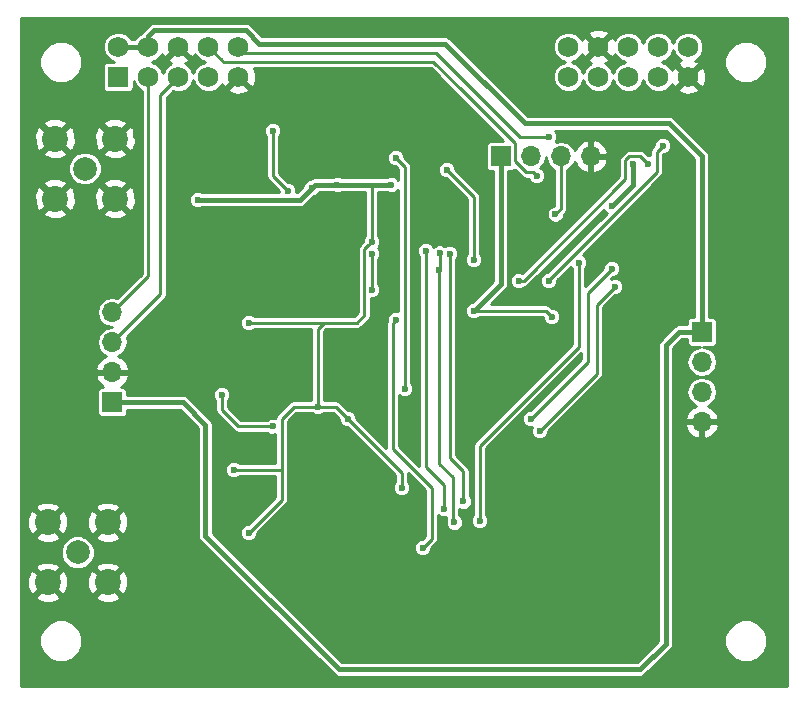
<source format=gbl>
G04 #@! TF.FileFunction,Copper,L2,Bot,Signal*
%FSLAX46Y46*%
G04 Gerber Fmt 4.6, Leading zero omitted, Abs format (unit mm)*
G04 Created by KiCad (PCBNEW 4.0.7) date 01/27/18 12:09:31*
%MOMM*%
%LPD*%
G01*
G04 APERTURE LIST*
%ADD10C,0.100000*%
%ADD11R,1.700000X1.700000*%
%ADD12O,1.700000X1.700000*%
%ADD13C,0.600000*%
%ADD14C,2.200000*%
%ADD15C,2.000000*%
%ADD16R,1.727200X1.727200*%
%ADD17C,1.727200*%
%ADD18C,0.250000*%
%ADD19C,0.400000*%
%ADD20C,0.254000*%
G04 APERTURE END LIST*
D10*
D11*
X82169000Y-66421000D03*
D12*
X82169000Y-63881000D03*
X82169000Y-61341000D03*
X82169000Y-58801000D03*
D13*
X118237000Y-63373000D03*
X92583000Y-43561000D03*
X89662000Y-83566000D03*
X88265000Y-53467000D03*
X87122000Y-59817000D03*
X85852000Y-63246000D03*
X101092000Y-81661000D03*
X81788000Y-54483000D03*
X88392000Y-48387000D03*
X105791000Y-82296000D03*
X84074000Y-50419000D03*
X82423000Y-46609000D03*
X84201000Y-46990000D03*
X77470000Y-52197000D03*
X84201000Y-43815000D03*
X123825000Y-77597000D03*
X101332500Y-55084500D03*
X100082500Y-55084500D03*
X98832500Y-55084500D03*
X97582500Y-55084500D03*
X101332500Y-53834500D03*
X100082500Y-53834500D03*
X98832500Y-53834500D03*
X97582500Y-53834500D03*
X101332500Y-52584500D03*
X100082500Y-52584500D03*
X98832500Y-52584500D03*
X97582500Y-52584500D03*
X101332500Y-51334500D03*
X100082500Y-51334500D03*
X98832500Y-51334500D03*
X97582500Y-51334500D03*
X135636000Y-59055000D03*
X127000000Y-57912000D03*
X133350000Y-40640000D03*
X116078000Y-35814000D03*
X93472000Y-61722000D03*
X112014000Y-60706000D03*
X133604000Y-77724000D03*
X113538000Y-47752000D03*
X108204000Y-40386000D03*
X87630000Y-46355000D03*
X105410000Y-43561000D03*
X111760000Y-43307000D03*
X88392000Y-49784000D03*
X93472000Y-50673000D03*
X104902000Y-58166000D03*
X100076000Y-58166000D03*
X126238000Y-51943000D03*
X116586000Y-53340000D03*
X114808000Y-57912000D03*
X101600000Y-40767000D03*
X103124000Y-49022000D03*
X108839000Y-49276000D03*
X103124000Y-61468000D03*
X108204000Y-52578000D03*
X112014000Y-62484000D03*
X128778000Y-40894000D03*
X124968000Y-40894000D03*
X124714000Y-45720000D03*
X120650000Y-56007000D03*
X116586000Y-54610000D03*
X116840000Y-51308000D03*
X121031000Y-50673000D03*
D11*
X132080000Y-60452000D03*
D12*
X132080000Y-62992000D03*
X132080000Y-65532000D03*
X132080000Y-68072000D03*
D14*
X77317600Y-49174400D03*
X77317600Y-44094400D03*
X82397600Y-44094400D03*
X82397600Y-49174400D03*
D15*
X79857600Y-46634400D03*
D11*
X115062000Y-45593000D03*
D12*
X117602000Y-45593000D03*
X120142000Y-45593000D03*
X122682000Y-45593000D03*
D13*
X128270000Y-51308000D03*
D14*
X76708000Y-81661000D03*
X76708000Y-76581000D03*
X81788000Y-76581000D03*
X81788000Y-81661000D03*
D15*
X79248000Y-79121000D03*
D16*
X82677000Y-38873000D03*
D17*
X82677000Y-36333000D03*
X85217000Y-38873000D03*
X85217000Y-36333000D03*
X87757000Y-38873000D03*
X87757000Y-36333000D03*
X90297000Y-38873000D03*
X90297000Y-36333000D03*
X92837000Y-38873000D03*
X92837000Y-36333000D03*
X120777000Y-38873000D03*
X120777000Y-36333000D03*
X123317000Y-38873000D03*
X123317000Y-36333000D03*
X125857000Y-38873000D03*
X125857000Y-36333000D03*
X128397000Y-38873000D03*
X128397000Y-36333000D03*
X130937000Y-38873000D03*
X130937000Y-36333000D03*
D13*
X85852000Y-80772000D03*
X123952000Y-69596000D03*
X99060000Y-73660000D03*
X100330000Y-73660000D03*
X101600000Y-73660000D03*
X99060000Y-74930000D03*
X100330000Y-74930000D03*
X101600000Y-74930000D03*
X99060000Y-76200000D03*
X100330000Y-76200000D03*
X101600000Y-76200000D03*
X84455000Y-71120000D03*
X86741000Y-68453000D03*
X76454000Y-72390000D03*
X83439000Y-69723000D03*
X85598000Y-69723000D03*
X85725000Y-78359000D03*
X95758000Y-43434000D03*
X97028000Y-48514000D03*
X128778000Y-44704000D03*
X119126000Y-56134000D03*
X106172000Y-45720000D03*
X106934000Y-65278000D03*
X119126000Y-43942000D03*
X118110000Y-47244000D03*
X110490000Y-46736000D03*
X112776000Y-54356000D03*
X111125000Y-76581000D03*
X109855000Y-55245000D03*
X109880400Y-53771800D03*
X111887000Y-74803000D03*
X110744000Y-53848000D03*
X108712000Y-53594000D03*
X110236000Y-75438000D03*
X104140000Y-56896000D03*
X104140000Y-53848000D03*
X106172000Y-59436000D03*
X108458000Y-78740000D03*
X119679999Y-50500001D03*
X116586000Y-56134000D03*
X127508000Y-46228000D03*
X105791000Y-48006000D03*
X106680000Y-73660000D03*
X99060000Y-48260000D03*
X92456000Y-72136000D03*
X93726000Y-77470000D03*
X99568000Y-66802000D03*
X102108000Y-67818000D03*
X93726000Y-59690000D03*
X101219000Y-48006000D03*
X89408000Y-49276000D03*
X104140000Y-52832000D03*
X119380000Y-59182000D03*
X112776000Y-58674000D03*
X124460000Y-49784000D03*
X126238000Y-46228000D03*
X95758000Y-68453000D03*
X91440000Y-65786000D03*
X117602000Y-67818000D03*
X124460000Y-55118000D03*
X118364000Y-68834000D03*
X124714000Y-56642000D03*
X113284000Y-76454000D03*
X121666000Y-54610000D03*
D18*
X97028000Y-48514000D02*
X95758000Y-47244000D01*
X95758000Y-47244000D02*
X95758000Y-43434000D01*
X119126000Y-56134000D02*
X119126000Y-56043002D01*
X119126000Y-56043002D02*
X128270000Y-46899002D01*
X128270000Y-46899002D02*
X128270000Y-45212000D01*
X128270000Y-45212000D02*
X128778000Y-44704000D01*
X106934000Y-48641000D02*
X106934000Y-46482000D01*
X106934000Y-65278000D02*
X106934000Y-48768000D01*
X106934000Y-48768000D02*
X106934000Y-48641000D01*
X106934000Y-46482000D02*
X106172000Y-45720000D01*
X119126000Y-43942000D02*
X116713000Y-43942000D01*
X109601000Y-36830000D02*
X93334000Y-36830000D01*
X116713000Y-43942000D02*
X109601000Y-36830000D01*
X93334000Y-36830000D02*
X92837000Y-36333000D01*
X119126000Y-43942000D02*
X118999000Y-43942000D01*
X117810001Y-46944001D02*
X117213999Y-46944001D01*
X118110000Y-47244000D02*
X117810001Y-46944001D01*
X116237001Y-45967003D02*
X116237001Y-44482999D01*
X117213999Y-46944001D02*
X116237001Y-45967003D01*
X116237001Y-44482999D02*
X111847124Y-40093122D01*
X109346002Y-37592000D02*
X111847124Y-40093122D01*
X91440000Y-37465000D02*
X91567000Y-37592000D01*
X91440000Y-37465000D02*
X90308000Y-36333000D01*
X91567000Y-37592000D02*
X109346002Y-37592000D01*
X90297000Y-36333000D02*
X90308000Y-36333000D01*
X112776000Y-54356000D02*
X112776000Y-49022000D01*
X112776000Y-49022000D02*
X110490000Y-46736000D01*
X110998000Y-76454000D02*
X111125000Y-76581000D01*
X109855000Y-71628000D02*
X109855000Y-55245000D01*
X110998000Y-72771000D02*
X109855000Y-71628000D01*
X110998000Y-75565000D02*
X110998000Y-72771000D01*
X110998000Y-75565000D02*
X110998000Y-76454000D01*
X109880400Y-53771800D02*
X109880400Y-55219600D01*
X109880400Y-55219600D02*
X109855000Y-55245000D01*
X110744000Y-71120000D02*
X110744000Y-53848000D01*
X111887000Y-72263000D02*
X110744000Y-71120000D01*
X111887000Y-74803000D02*
X111887000Y-72263000D01*
X108712000Y-71882000D02*
X108712000Y-53594000D01*
X110236000Y-73406000D02*
X108712000Y-71882000D01*
X110236000Y-75438000D02*
X110236000Y-73406000D01*
X104140000Y-53848000D02*
X104140000Y-56896000D01*
X105918000Y-59690000D02*
X106172000Y-59436000D01*
X105918000Y-70358000D02*
X105918000Y-59690000D01*
X109220000Y-73660000D02*
X105918000Y-70358000D01*
X109220000Y-77978000D02*
X109220000Y-73660000D01*
X108458000Y-78740000D02*
X109220000Y-77978000D01*
X120142000Y-45593000D02*
X120142000Y-47080998D01*
X119679999Y-50500001D02*
X120142000Y-50038000D01*
X120142000Y-50038000D02*
X120142000Y-47080998D01*
D19*
X90043000Y-77724000D02*
X101346000Y-89027000D01*
X120396000Y-42799000D02*
X117094000Y-42799000D01*
X132080000Y-45593000D02*
X129286000Y-42799000D01*
X129286000Y-42799000D02*
X120396000Y-42799000D01*
X132080000Y-60452000D02*
X132080000Y-45593000D01*
X85217000Y-35433000D02*
X85725000Y-34925000D01*
X85725000Y-34925000D02*
X93472000Y-34925000D01*
X85217000Y-35433000D02*
X85217000Y-36333000D01*
X94615000Y-36068000D02*
X93472000Y-34925000D01*
X110363000Y-36068000D02*
X94615000Y-36068000D01*
X117094000Y-42799000D02*
X110363000Y-36068000D01*
X82169000Y-66421000D02*
X88138000Y-66421000D01*
X130175000Y-60452000D02*
X132080000Y-60452000D01*
X129032000Y-61595000D02*
X130175000Y-60452000D01*
X129032000Y-86868000D02*
X129032000Y-61595000D01*
X126873000Y-89027000D02*
X129032000Y-86868000D01*
X101346000Y-89027000D02*
X126873000Y-89027000D01*
X90043000Y-68326000D02*
X90043000Y-77724000D01*
X88138000Y-66421000D02*
X90043000Y-68326000D01*
X85217000Y-36333000D02*
X82677000Y-36333000D01*
X132334000Y-60198000D02*
X132080000Y-60452000D01*
D18*
X127508000Y-46228000D02*
X126882999Y-45602999D01*
X126882999Y-45602999D02*
X125937999Y-45602999D01*
X125937999Y-45602999D02*
X125612999Y-45927999D01*
X125612999Y-45927999D02*
X125612999Y-47524003D01*
X125612999Y-47524003D02*
X117003002Y-56134000D01*
X117003002Y-56134000D02*
X116586000Y-56134000D01*
D19*
X104140000Y-48006000D02*
X104521000Y-48006000D01*
X104521000Y-48006000D02*
X105791000Y-48006000D01*
D18*
X99568000Y-66802000D02*
X99568000Y-60198000D01*
X99568000Y-60198000D02*
X100076000Y-59690000D01*
X106680000Y-73660000D02*
X106680000Y-72390000D01*
X106680000Y-72390000D02*
X102108000Y-67818000D01*
X99568000Y-66802000D02*
X101092000Y-66802000D01*
X101092000Y-66802000D02*
X102108000Y-67818000D01*
D19*
X101219000Y-48006000D02*
X99314000Y-48006000D01*
X99314000Y-48006000D02*
X99060000Y-48260000D01*
D18*
X92456000Y-72136000D02*
X96520000Y-72136000D01*
X99568000Y-66802000D02*
X97536000Y-66802000D01*
X97536000Y-66802000D02*
X96520000Y-67818000D01*
X96520000Y-67818000D02*
X96520000Y-72136000D01*
X96520000Y-72136000D02*
X96520000Y-74676000D01*
X96520000Y-74676000D02*
X93726000Y-77470000D01*
X102870000Y-59690000D02*
X103514999Y-59045001D01*
X100076000Y-59690000D02*
X100330000Y-59690000D01*
X103514999Y-59045001D02*
X103514999Y-53457001D01*
X100330000Y-59690000D02*
X102870000Y-59690000D01*
X103514999Y-53457001D02*
X103840001Y-53131999D01*
X103840001Y-53131999D02*
X104140000Y-52832000D01*
X93726000Y-59690000D02*
X100076000Y-59690000D01*
D19*
X98044000Y-49276000D02*
X99060000Y-48260000D01*
X89408000Y-49276000D02*
X98044000Y-49276000D01*
X104140000Y-48006000D02*
X101219000Y-48006000D01*
D18*
X104140000Y-52832000D02*
X104140000Y-48006000D01*
X119380000Y-59182000D02*
X118872000Y-58674000D01*
X118872000Y-58674000D02*
X112776000Y-58674000D01*
D19*
X115062000Y-45593000D02*
X115062000Y-56388000D01*
X115062000Y-56388000D02*
X112776000Y-58674000D01*
X126238000Y-46228000D02*
X126238000Y-48006000D01*
X126238000Y-48006000D02*
X124460000Y-49784000D01*
D18*
X91440000Y-67056000D02*
X92837000Y-68453000D01*
X92837000Y-68453000D02*
X95758000Y-68453000D01*
X91440000Y-66802000D02*
X91440000Y-65786000D01*
X91440000Y-66802000D02*
X91440000Y-67056000D01*
X122174000Y-63246000D02*
X122428000Y-62992000D01*
X117602000Y-67818000D02*
X122174000Y-63246000D01*
X122428000Y-57150000D02*
X124460000Y-55118000D01*
X122428000Y-62992000D02*
X122428000Y-57150000D01*
X123190000Y-64008000D02*
X118364000Y-68834000D01*
X123190000Y-59436000D02*
X123190000Y-64008000D01*
X123190000Y-58166000D02*
X123190000Y-59436000D01*
X124714000Y-56642000D02*
X123190000Y-58166000D01*
X121666000Y-58293000D02*
X121666000Y-61722000D01*
X113284000Y-76454000D02*
X113284000Y-70104000D01*
X113284000Y-70104000D02*
X116586000Y-66802000D01*
X116586000Y-66802000D02*
X120904000Y-62484000D01*
X121666000Y-61722000D02*
X120904000Y-62484000D01*
X121666000Y-58420000D02*
X121666000Y-58293000D01*
X121666000Y-58293000D02*
X121666000Y-54610000D01*
X86233000Y-41529000D02*
X86233000Y-40397000D01*
X86233000Y-41529000D02*
X86233000Y-57277000D01*
X82169000Y-61341000D02*
X86233000Y-57277000D01*
X86233000Y-40397000D02*
X87757000Y-38873000D01*
X85217000Y-38873000D02*
X85217000Y-55753000D01*
X85217000Y-55753000D02*
X82169000Y-58801000D01*
D20*
G36*
X139319000Y-90424000D02*
X74422000Y-90424000D01*
X74422000Y-86959867D01*
X76004688Y-86959867D01*
X76278448Y-87622417D01*
X76784916Y-88129770D01*
X77446988Y-88404686D01*
X78163867Y-88405312D01*
X78826417Y-88131552D01*
X79333770Y-87625084D01*
X79608686Y-86963012D01*
X79609312Y-86246133D01*
X79335552Y-85583583D01*
X78829084Y-85076230D01*
X78167012Y-84801314D01*
X77450133Y-84800688D01*
X76787583Y-85074448D01*
X76280230Y-85580916D01*
X76005314Y-86242988D01*
X76004688Y-86959867D01*
X74422000Y-86959867D01*
X74422000Y-82885868D01*
X75662737Y-82885868D01*
X75773641Y-83163099D01*
X76419593Y-83406323D01*
X77109453Y-83383836D01*
X77642359Y-83163099D01*
X77753263Y-82885868D01*
X80742737Y-82885868D01*
X80853641Y-83163099D01*
X81499593Y-83406323D01*
X82189453Y-83383836D01*
X82722359Y-83163099D01*
X82833263Y-82885868D01*
X81788000Y-81840605D01*
X80742737Y-82885868D01*
X77753263Y-82885868D01*
X76708000Y-81840605D01*
X75662737Y-82885868D01*
X74422000Y-82885868D01*
X74422000Y-81372593D01*
X74962677Y-81372593D01*
X74985164Y-82062453D01*
X75205901Y-82595359D01*
X75483132Y-82706263D01*
X76528395Y-81661000D01*
X76887605Y-81661000D01*
X77932868Y-82706263D01*
X78210099Y-82595359D01*
X78453323Y-81949407D01*
X78434521Y-81372593D01*
X80042677Y-81372593D01*
X80065164Y-82062453D01*
X80285901Y-82595359D01*
X80563132Y-82706263D01*
X81608395Y-81661000D01*
X81967605Y-81661000D01*
X83012868Y-82706263D01*
X83290099Y-82595359D01*
X83533323Y-81949407D01*
X83510836Y-81259547D01*
X83290099Y-80726641D01*
X83012868Y-80615737D01*
X81967605Y-81661000D01*
X81608395Y-81661000D01*
X80563132Y-80615737D01*
X80285901Y-80726641D01*
X80042677Y-81372593D01*
X78434521Y-81372593D01*
X78430836Y-81259547D01*
X78210099Y-80726641D01*
X77932868Y-80615737D01*
X76887605Y-81661000D01*
X76528395Y-81661000D01*
X75483132Y-80615737D01*
X75205901Y-80726641D01*
X74962677Y-81372593D01*
X74422000Y-81372593D01*
X74422000Y-80436132D01*
X75662737Y-80436132D01*
X76708000Y-81481395D01*
X77753263Y-80436132D01*
X77642359Y-80158901D01*
X76996407Y-79915677D01*
X76306547Y-79938164D01*
X75773641Y-80158901D01*
X75662737Y-80436132D01*
X74422000Y-80436132D01*
X74422000Y-79403603D01*
X77820752Y-79403603D01*
X78037543Y-79928275D01*
X78438614Y-80330047D01*
X78962907Y-80547752D01*
X79530603Y-80548248D01*
X79801943Y-80436132D01*
X80742737Y-80436132D01*
X81788000Y-81481395D01*
X82833263Y-80436132D01*
X82722359Y-80158901D01*
X82076407Y-79915677D01*
X81386547Y-79938164D01*
X80853641Y-80158901D01*
X80742737Y-80436132D01*
X79801943Y-80436132D01*
X80055275Y-80331457D01*
X80457047Y-79930386D01*
X80674752Y-79406093D01*
X80675248Y-78838397D01*
X80458457Y-78313725D01*
X80057386Y-77911953D01*
X79801905Y-77805868D01*
X80742737Y-77805868D01*
X80853641Y-78083099D01*
X81499593Y-78326323D01*
X82189453Y-78303836D01*
X82722359Y-78083099D01*
X82833263Y-77805868D01*
X81788000Y-76760605D01*
X80742737Y-77805868D01*
X79801905Y-77805868D01*
X79533093Y-77694248D01*
X78965397Y-77693752D01*
X78440725Y-77910543D01*
X78038953Y-78311614D01*
X77821248Y-78835907D01*
X77820752Y-79403603D01*
X74422000Y-79403603D01*
X74422000Y-77805868D01*
X75662737Y-77805868D01*
X75773641Y-78083099D01*
X76419593Y-78326323D01*
X77109453Y-78303836D01*
X77642359Y-78083099D01*
X77753263Y-77805868D01*
X76708000Y-76760605D01*
X75662737Y-77805868D01*
X74422000Y-77805868D01*
X74422000Y-76292593D01*
X74962677Y-76292593D01*
X74985164Y-76982453D01*
X75205901Y-77515359D01*
X75483132Y-77626263D01*
X76528395Y-76581000D01*
X76887605Y-76581000D01*
X77932868Y-77626263D01*
X78210099Y-77515359D01*
X78453323Y-76869407D01*
X78434521Y-76292593D01*
X80042677Y-76292593D01*
X80065164Y-76982453D01*
X80285901Y-77515359D01*
X80563132Y-77626263D01*
X81608395Y-76581000D01*
X81967605Y-76581000D01*
X83012868Y-77626263D01*
X83290099Y-77515359D01*
X83533323Y-76869407D01*
X83510836Y-76179547D01*
X83290099Y-75646641D01*
X83012868Y-75535737D01*
X81967605Y-76581000D01*
X81608395Y-76581000D01*
X80563132Y-75535737D01*
X80285901Y-75646641D01*
X80042677Y-76292593D01*
X78434521Y-76292593D01*
X78430836Y-76179547D01*
X78210099Y-75646641D01*
X77932868Y-75535737D01*
X76887605Y-76581000D01*
X76528395Y-76581000D01*
X75483132Y-75535737D01*
X75205901Y-75646641D01*
X74962677Y-76292593D01*
X74422000Y-76292593D01*
X74422000Y-75356132D01*
X75662737Y-75356132D01*
X76708000Y-76401395D01*
X77753263Y-75356132D01*
X80742737Y-75356132D01*
X81788000Y-76401395D01*
X82833263Y-75356132D01*
X82722359Y-75078901D01*
X82076407Y-74835677D01*
X81386547Y-74858164D01*
X80853641Y-75078901D01*
X80742737Y-75356132D01*
X77753263Y-75356132D01*
X77642359Y-75078901D01*
X76996407Y-74835677D01*
X76306547Y-74858164D01*
X75773641Y-75078901D01*
X75662737Y-75356132D01*
X74422000Y-75356132D01*
X74422000Y-63524110D01*
X80727524Y-63524110D01*
X80848845Y-63754000D01*
X82042000Y-63754000D01*
X82042000Y-63734000D01*
X82296000Y-63734000D01*
X82296000Y-63754000D01*
X83489155Y-63754000D01*
X83610476Y-63524110D01*
X83440645Y-63114076D01*
X83050358Y-62685817D01*
X82689417Y-62516309D01*
X83096993Y-62243975D01*
X83373812Y-61829687D01*
X83471018Y-61341000D01*
X83384517Y-60906129D01*
X86623323Y-57667323D01*
X86742982Y-57488242D01*
X86785000Y-57277000D01*
X86785000Y-49419975D01*
X88680874Y-49419975D01*
X88791320Y-49687275D01*
X88995650Y-49891961D01*
X89262756Y-50002874D01*
X89551975Y-50003126D01*
X89794299Y-49903000D01*
X98044000Y-49903000D01*
X98283943Y-49855272D01*
X98487356Y-49719356D01*
X99230578Y-48976134D01*
X99471275Y-48876680D01*
X99675961Y-48672350D01*
X99692301Y-48633000D01*
X100833235Y-48633000D01*
X101073756Y-48732874D01*
X101362975Y-48733126D01*
X101605299Y-48633000D01*
X103588000Y-48633000D01*
X103588000Y-52355800D01*
X103524039Y-52419650D01*
X103413126Y-52686756D01*
X103413046Y-52778308D01*
X103124676Y-53066678D01*
X103005017Y-53245759D01*
X103005017Y-53245760D01*
X102962999Y-53457001D01*
X102962999Y-58816355D01*
X102641354Y-59138000D01*
X94202200Y-59138000D01*
X94138350Y-59074039D01*
X93871244Y-58963126D01*
X93582025Y-58962874D01*
X93314725Y-59073320D01*
X93110039Y-59277650D01*
X92999126Y-59544756D01*
X92998874Y-59833975D01*
X93109320Y-60101275D01*
X93313650Y-60305961D01*
X93580756Y-60416874D01*
X93869975Y-60417126D01*
X94137275Y-60306680D01*
X94202068Y-60242000D01*
X99016000Y-60242000D01*
X99016000Y-66250000D01*
X97536000Y-66250000D01*
X97324758Y-66292018D01*
X97145677Y-66411677D01*
X96129677Y-67427677D01*
X96010018Y-67606758D01*
X95996638Y-67674025D01*
X95979940Y-67757973D01*
X95903244Y-67726126D01*
X95614025Y-67725874D01*
X95346725Y-67836320D01*
X95281932Y-67901000D01*
X93065646Y-67901000D01*
X91992000Y-66827354D01*
X91992000Y-66262200D01*
X92055961Y-66198350D01*
X92166874Y-65931244D01*
X92167126Y-65642025D01*
X92056680Y-65374725D01*
X91852350Y-65170039D01*
X91585244Y-65059126D01*
X91296025Y-65058874D01*
X91028725Y-65169320D01*
X90824039Y-65373650D01*
X90713126Y-65640756D01*
X90712874Y-65929975D01*
X90823320Y-66197275D01*
X90888000Y-66262068D01*
X90888000Y-67056000D01*
X90930018Y-67267242D01*
X91049677Y-67446323D01*
X92446677Y-68843323D01*
X92625759Y-68962982D01*
X92837000Y-69005000D01*
X95281800Y-69005000D01*
X95345650Y-69068961D01*
X95612756Y-69179874D01*
X95901975Y-69180126D01*
X95968000Y-69152845D01*
X95968000Y-71584000D01*
X92932200Y-71584000D01*
X92868350Y-71520039D01*
X92601244Y-71409126D01*
X92312025Y-71408874D01*
X92044725Y-71519320D01*
X91840039Y-71723650D01*
X91729126Y-71990756D01*
X91728874Y-72279975D01*
X91839320Y-72547275D01*
X92043650Y-72751961D01*
X92310756Y-72862874D01*
X92599975Y-72863126D01*
X92867275Y-72752680D01*
X92932068Y-72688000D01*
X95968000Y-72688000D01*
X95968000Y-74447354D01*
X93672401Y-76742953D01*
X93582025Y-76742874D01*
X93314725Y-76853320D01*
X93110039Y-77057650D01*
X92999126Y-77324756D01*
X92998874Y-77613975D01*
X93109320Y-77881275D01*
X93313650Y-78085961D01*
X93580756Y-78196874D01*
X93869975Y-78197126D01*
X94137275Y-78086680D01*
X94341961Y-77882350D01*
X94452874Y-77615244D01*
X94452954Y-77523692D01*
X96910323Y-75066323D01*
X97029982Y-74887242D01*
X97072000Y-74676000D01*
X97072000Y-68046646D01*
X97764646Y-67354000D01*
X99091800Y-67354000D01*
X99155650Y-67417961D01*
X99422756Y-67528874D01*
X99711975Y-67529126D01*
X99979275Y-67418680D01*
X100044068Y-67354000D01*
X100863354Y-67354000D01*
X101380953Y-67871599D01*
X101380874Y-67961975D01*
X101491320Y-68229275D01*
X101695650Y-68433961D01*
X101962756Y-68544874D01*
X102054308Y-68544954D01*
X106128000Y-72618646D01*
X106128000Y-73183800D01*
X106064039Y-73247650D01*
X105953126Y-73514756D01*
X105952874Y-73803975D01*
X106063320Y-74071275D01*
X106267650Y-74275961D01*
X106534756Y-74386874D01*
X106823975Y-74387126D01*
X107091275Y-74276680D01*
X107295961Y-74072350D01*
X107406874Y-73805244D01*
X107407126Y-73516025D01*
X107296680Y-73248725D01*
X107232000Y-73183932D01*
X107232000Y-72452646D01*
X108668000Y-73888646D01*
X108668000Y-77749354D01*
X108404401Y-78012953D01*
X108314025Y-78012874D01*
X108046725Y-78123320D01*
X107842039Y-78327650D01*
X107731126Y-78594756D01*
X107730874Y-78883975D01*
X107841320Y-79151275D01*
X108045650Y-79355961D01*
X108312756Y-79466874D01*
X108601975Y-79467126D01*
X108869275Y-79356680D01*
X109073961Y-79152350D01*
X109184874Y-78885244D01*
X109184954Y-78793692D01*
X109610323Y-78368323D01*
X109729982Y-78189242D01*
X109772000Y-77978000D01*
X109772000Y-76002221D01*
X109823650Y-76053961D01*
X110090756Y-76164874D01*
X110379975Y-76165126D01*
X110446000Y-76137845D01*
X110446000Y-76320464D01*
X110398126Y-76435756D01*
X110397874Y-76724975D01*
X110508320Y-76992275D01*
X110712650Y-77196961D01*
X110979756Y-77307874D01*
X111268975Y-77308126D01*
X111536275Y-77197680D01*
X111740961Y-76993350D01*
X111851874Y-76726244D01*
X111851985Y-76597975D01*
X112556874Y-76597975D01*
X112667320Y-76865275D01*
X112871650Y-77069961D01*
X113138756Y-77180874D01*
X113427975Y-77181126D01*
X113695275Y-77070680D01*
X113899961Y-76866350D01*
X114010874Y-76599244D01*
X114011126Y-76310025D01*
X113900680Y-76042725D01*
X113836000Y-75977932D01*
X113836000Y-70332646D01*
X121876000Y-62292646D01*
X121876000Y-62763354D01*
X117548401Y-67090953D01*
X117458025Y-67090874D01*
X117190725Y-67201320D01*
X116986039Y-67405650D01*
X116875126Y-67672756D01*
X116874874Y-67961975D01*
X116985320Y-68229275D01*
X117189650Y-68433961D01*
X117456756Y-68544874D01*
X117696785Y-68545083D01*
X117637126Y-68688756D01*
X117636874Y-68977975D01*
X117747320Y-69245275D01*
X117951650Y-69449961D01*
X118218756Y-69560874D01*
X118507975Y-69561126D01*
X118775275Y-69450680D01*
X118979961Y-69246350D01*
X119090874Y-68979244D01*
X119090954Y-68887692D01*
X123580323Y-64398323D01*
X123699982Y-64219242D01*
X123742000Y-64008000D01*
X123742000Y-58394646D01*
X124767599Y-57369047D01*
X124857975Y-57369126D01*
X125125275Y-57258680D01*
X125329961Y-57054350D01*
X125440874Y-56787244D01*
X125441126Y-56498025D01*
X125330680Y-56230725D01*
X125126350Y-56026039D01*
X124859244Y-55915126D01*
X124570025Y-55914874D01*
X124354873Y-56003773D01*
X124513599Y-55845047D01*
X124603975Y-55845126D01*
X124871275Y-55734680D01*
X125075961Y-55530350D01*
X125186874Y-55263244D01*
X125187126Y-54974025D01*
X125076680Y-54706725D01*
X124872350Y-54502039D01*
X124605244Y-54391126D01*
X124316025Y-54390874D01*
X124048725Y-54501320D01*
X123844039Y-54705650D01*
X123733126Y-54972756D01*
X123733046Y-55064308D01*
X122218000Y-56579354D01*
X122218000Y-55086200D01*
X122281961Y-55022350D01*
X122392874Y-54755244D01*
X122393126Y-54466025D01*
X122282680Y-54198725D01*
X122078350Y-53994039D01*
X121991622Y-53958026D01*
X128660323Y-47289325D01*
X128779982Y-47110244D01*
X128822000Y-46899002D01*
X128822000Y-45440646D01*
X128831599Y-45431047D01*
X128921975Y-45431126D01*
X129189275Y-45320680D01*
X129393961Y-45116350D01*
X129504874Y-44849244D01*
X129505126Y-44560025D01*
X129394680Y-44292725D01*
X129190350Y-44088039D01*
X128923244Y-43977126D01*
X128634025Y-43976874D01*
X128366725Y-44087320D01*
X128162039Y-44291650D01*
X128051126Y-44558756D01*
X128051046Y-44650308D01*
X127879677Y-44821677D01*
X127760018Y-45000758D01*
X127737240Y-45115275D01*
X127718000Y-45212000D01*
X127718000Y-45528015D01*
X127653244Y-45501126D01*
X127561692Y-45501046D01*
X127273322Y-45212676D01*
X127094241Y-45093017D01*
X126882999Y-45050999D01*
X125937999Y-45050999D01*
X125726758Y-45093017D01*
X125642010Y-45149644D01*
X125547676Y-45212676D01*
X125222676Y-45537676D01*
X125103017Y-45716757D01*
X125083031Y-45817236D01*
X125060999Y-45927999D01*
X125060999Y-47295357D01*
X116885272Y-55471084D01*
X116731244Y-55407126D01*
X116442025Y-55406874D01*
X116174725Y-55517320D01*
X115970039Y-55721650D01*
X115859126Y-55988756D01*
X115858874Y-56277975D01*
X115969320Y-56545275D01*
X116173650Y-56749961D01*
X116440756Y-56860874D01*
X116729975Y-56861126D01*
X116997275Y-56750680D01*
X117076766Y-56671328D01*
X117214244Y-56643982D01*
X117393325Y-56524323D01*
X123807957Y-50109691D01*
X123843320Y-50195275D01*
X124018048Y-50370308D01*
X118981100Y-55407256D01*
X118714725Y-55517320D01*
X118510039Y-55721650D01*
X118399126Y-55988756D01*
X118398874Y-56277975D01*
X118509320Y-56545275D01*
X118713650Y-56749961D01*
X118980756Y-56860874D01*
X119269975Y-56861126D01*
X119537275Y-56750680D01*
X119741961Y-56546350D01*
X119852874Y-56279244D01*
X119853033Y-56096615D01*
X121013957Y-54935691D01*
X121049320Y-55021275D01*
X121114000Y-55086068D01*
X121114000Y-61493354D01*
X112893677Y-69713677D01*
X112774018Y-69892758D01*
X112774018Y-69892759D01*
X112732000Y-70104000D01*
X112732000Y-75977800D01*
X112668039Y-76041650D01*
X112557126Y-76308756D01*
X112556874Y-76597975D01*
X111851985Y-76597975D01*
X111852126Y-76437025D01*
X111741680Y-76169725D01*
X111550000Y-75977711D01*
X111550000Y-75450249D01*
X111741756Y-75529874D01*
X112030975Y-75530126D01*
X112298275Y-75419680D01*
X112502961Y-75215350D01*
X112613874Y-74948244D01*
X112614126Y-74659025D01*
X112503680Y-74391725D01*
X112439000Y-74326932D01*
X112439000Y-72263000D01*
X112430248Y-72219000D01*
X112396982Y-72051758D01*
X112277323Y-71872677D01*
X111296000Y-70891354D01*
X111296000Y-54324200D01*
X111359961Y-54260350D01*
X111470874Y-53993244D01*
X111471126Y-53704025D01*
X111360680Y-53436725D01*
X111156350Y-53232039D01*
X110889244Y-53121126D01*
X110600025Y-53120874D01*
X110357770Y-53220972D01*
X110292750Y-53155839D01*
X110025644Y-53044926D01*
X109736425Y-53044674D01*
X109469125Y-53155120D01*
X109361618Y-53262440D01*
X109328680Y-53182725D01*
X109124350Y-52978039D01*
X108857244Y-52867126D01*
X108568025Y-52866874D01*
X108300725Y-52977320D01*
X108096039Y-53181650D01*
X107985126Y-53448756D01*
X107984874Y-53737975D01*
X108095320Y-54005275D01*
X108160000Y-54070068D01*
X108160000Y-71819354D01*
X106470000Y-70129354D01*
X106470000Y-65842221D01*
X106521650Y-65893961D01*
X106788756Y-66004874D01*
X107077975Y-66005126D01*
X107345275Y-65894680D01*
X107549961Y-65690350D01*
X107660874Y-65423244D01*
X107661126Y-65134025D01*
X107550680Y-64866725D01*
X107486000Y-64801932D01*
X107486000Y-46879975D01*
X109762874Y-46879975D01*
X109873320Y-47147275D01*
X110077650Y-47351961D01*
X110344756Y-47462874D01*
X110436308Y-47462954D01*
X112224000Y-49250646D01*
X112224000Y-53879800D01*
X112160039Y-53943650D01*
X112049126Y-54210756D01*
X112048874Y-54499975D01*
X112159320Y-54767275D01*
X112363650Y-54971961D01*
X112630756Y-55082874D01*
X112919975Y-55083126D01*
X113187275Y-54972680D01*
X113391961Y-54768350D01*
X113502874Y-54501244D01*
X113503126Y-54212025D01*
X113392680Y-53944725D01*
X113328000Y-53879932D01*
X113328000Y-49022000D01*
X113298951Y-48875961D01*
X113285982Y-48810758D01*
X113166323Y-48631677D01*
X111217047Y-46682401D01*
X111217126Y-46592025D01*
X111106680Y-46324725D01*
X110902350Y-46120039D01*
X110635244Y-46009126D01*
X110346025Y-46008874D01*
X110078725Y-46119320D01*
X109874039Y-46323650D01*
X109763126Y-46590756D01*
X109762874Y-46879975D01*
X107486000Y-46879975D01*
X107486000Y-46482000D01*
X107456951Y-46335961D01*
X107443982Y-46270758D01*
X107324323Y-46091677D01*
X106899047Y-45666401D01*
X106899126Y-45576025D01*
X106788680Y-45308725D01*
X106584350Y-45104039D01*
X106317244Y-44993126D01*
X106028025Y-44992874D01*
X105760725Y-45103320D01*
X105556039Y-45307650D01*
X105445126Y-45574756D01*
X105444874Y-45863975D01*
X105555320Y-46131275D01*
X105759650Y-46335961D01*
X106026756Y-46446874D01*
X106118308Y-46446954D01*
X106382000Y-46710646D01*
X106382000Y-47569000D01*
X106203350Y-47390039D01*
X105936244Y-47279126D01*
X105647025Y-47278874D01*
X105404701Y-47379000D01*
X101604765Y-47379000D01*
X101364244Y-47279126D01*
X101075025Y-47278874D01*
X100832701Y-47379000D01*
X99314000Y-47379000D01*
X99074057Y-47426728D01*
X98915198Y-47532874D01*
X98913859Y-47533769D01*
X98648725Y-47643320D01*
X98444039Y-47847650D01*
X98343489Y-48089799D01*
X97784288Y-48649000D01*
X97754883Y-48649000D01*
X97755126Y-48370025D01*
X97644680Y-48102725D01*
X97440350Y-47898039D01*
X97173244Y-47787126D01*
X97081692Y-47787046D01*
X96310000Y-47015354D01*
X96310000Y-43910200D01*
X96373961Y-43846350D01*
X96484874Y-43579244D01*
X96485126Y-43290025D01*
X96374680Y-43022725D01*
X96170350Y-42818039D01*
X95903244Y-42707126D01*
X95614025Y-42706874D01*
X95346725Y-42817320D01*
X95142039Y-43021650D01*
X95031126Y-43288756D01*
X95030874Y-43577975D01*
X95141320Y-43845275D01*
X95206000Y-43910068D01*
X95206000Y-47244000D01*
X95248018Y-47455242D01*
X95367677Y-47634323D01*
X96300953Y-48567599D01*
X96300882Y-48649000D01*
X89793765Y-48649000D01*
X89553244Y-48549126D01*
X89264025Y-48548874D01*
X88996725Y-48659320D01*
X88792039Y-48863650D01*
X88681126Y-49130756D01*
X88680874Y-49419975D01*
X86785000Y-49419975D01*
X86785000Y-40625646D01*
X87321176Y-40089470D01*
X87499158Y-40163375D01*
X88012590Y-40163823D01*
X88487111Y-39967755D01*
X88850479Y-39605020D01*
X89027192Y-39179449D01*
X89202245Y-39603111D01*
X89564980Y-39966479D01*
X90039158Y-40163375D01*
X90552590Y-40163823D01*
X91027111Y-39967755D01*
X91068132Y-39926805D01*
X91962800Y-39926805D01*
X92044741Y-40179516D01*
X92605030Y-40383248D01*
X93200635Y-40357058D01*
X93629259Y-40179516D01*
X93711200Y-39926805D01*
X92837000Y-39052605D01*
X91962800Y-39926805D01*
X91068132Y-39926805D01*
X91390479Y-39605020D01*
X91448077Y-39466310D01*
X91530484Y-39665259D01*
X91783195Y-39747200D01*
X92657395Y-38873000D01*
X92643253Y-38858858D01*
X92822858Y-38679253D01*
X92837000Y-38693395D01*
X92851143Y-38679253D01*
X93030748Y-38858858D01*
X93016605Y-38873000D01*
X93890805Y-39747200D01*
X94143516Y-39665259D01*
X94347248Y-39104970D01*
X94321058Y-38509365D01*
X94169719Y-38144000D01*
X109117356Y-38144000D01*
X115280991Y-44307635D01*
X114212000Y-44307635D01*
X114053763Y-44337409D01*
X113908433Y-44430927D01*
X113810936Y-44573619D01*
X113776635Y-44743000D01*
X113776635Y-46443000D01*
X113806409Y-46601237D01*
X113899927Y-46746567D01*
X114042619Y-46844064D01*
X114212000Y-46878365D01*
X114435000Y-46878365D01*
X114435000Y-56128288D01*
X112605422Y-57957866D01*
X112364725Y-58057320D01*
X112160039Y-58261650D01*
X112049126Y-58528756D01*
X112048874Y-58817975D01*
X112159320Y-59085275D01*
X112363650Y-59289961D01*
X112630756Y-59400874D01*
X112919975Y-59401126D01*
X113187275Y-59290680D01*
X113252068Y-59226000D01*
X118643354Y-59226000D01*
X118652953Y-59235599D01*
X118652874Y-59325975D01*
X118763320Y-59593275D01*
X118967650Y-59797961D01*
X119234756Y-59908874D01*
X119523975Y-59909126D01*
X119791275Y-59798680D01*
X119995961Y-59594350D01*
X120106874Y-59327244D01*
X120107126Y-59038025D01*
X119996680Y-58770725D01*
X119792350Y-58566039D01*
X119525244Y-58455126D01*
X119433692Y-58455046D01*
X119262323Y-58283677D01*
X119083242Y-58164018D01*
X118872000Y-58122000D01*
X114214712Y-58122000D01*
X115505356Y-56831356D01*
X115534831Y-56787244D01*
X115641272Y-56627943D01*
X115689000Y-56388000D01*
X115689000Y-46878365D01*
X115912000Y-46878365D01*
X116070237Y-46848591D01*
X116215567Y-46755073D01*
X116227281Y-46737929D01*
X116823676Y-47334324D01*
X117002757Y-47453983D01*
X117213999Y-47496001D01*
X117427509Y-47496001D01*
X117493320Y-47655275D01*
X117697650Y-47859961D01*
X117964756Y-47970874D01*
X118253975Y-47971126D01*
X118521275Y-47860680D01*
X118725961Y-47656350D01*
X118836874Y-47389244D01*
X118837126Y-47100025D01*
X118726680Y-46832725D01*
X118522350Y-46628039D01*
X118412830Y-46582562D01*
X118504975Y-46520993D01*
X118781794Y-46106705D01*
X118872000Y-45653209D01*
X118962206Y-46106705D01*
X119239025Y-46520993D01*
X119590000Y-46755508D01*
X119590000Y-49772922D01*
X119536024Y-49772875D01*
X119268724Y-49883321D01*
X119064038Y-50087651D01*
X118953125Y-50354757D01*
X118952873Y-50643976D01*
X119063319Y-50911276D01*
X119267649Y-51115962D01*
X119534755Y-51226875D01*
X119823974Y-51227127D01*
X120091274Y-51116681D01*
X120295960Y-50912351D01*
X120406873Y-50645245D01*
X120406953Y-50553693D01*
X120532323Y-50428323D01*
X120651982Y-50249242D01*
X120694000Y-50038000D01*
X120694000Y-46755508D01*
X121044975Y-46520993D01*
X121317309Y-46113417D01*
X121486817Y-46474358D01*
X121915076Y-46864645D01*
X122325110Y-47034476D01*
X122555000Y-46913155D01*
X122555000Y-45720000D01*
X122809000Y-45720000D01*
X122809000Y-46913155D01*
X123038890Y-47034476D01*
X123448924Y-46864645D01*
X123877183Y-46474358D01*
X124123486Y-45949892D01*
X124002819Y-45720000D01*
X122809000Y-45720000D01*
X122555000Y-45720000D01*
X122535000Y-45720000D01*
X122535000Y-45466000D01*
X122555000Y-45466000D01*
X122555000Y-44272845D01*
X122809000Y-44272845D01*
X122809000Y-45466000D01*
X124002819Y-45466000D01*
X124123486Y-45236108D01*
X123877183Y-44711642D01*
X123448924Y-44321355D01*
X123038890Y-44151524D01*
X122809000Y-44272845D01*
X122555000Y-44272845D01*
X122325110Y-44151524D01*
X121915076Y-44321355D01*
X121486817Y-44711642D01*
X121317309Y-45072583D01*
X121044975Y-44665007D01*
X120630687Y-44388188D01*
X120142000Y-44290982D01*
X119721688Y-44374587D01*
X119741961Y-44354350D01*
X119852874Y-44087244D01*
X119853126Y-43798025D01*
X119742680Y-43530725D01*
X119638137Y-43426000D01*
X129026288Y-43426000D01*
X131453000Y-45852712D01*
X131453000Y-59166635D01*
X131230000Y-59166635D01*
X131071763Y-59196409D01*
X130926433Y-59289927D01*
X130828936Y-59432619D01*
X130794635Y-59602000D01*
X130794635Y-59825000D01*
X130175000Y-59825000D01*
X129935057Y-59872728D01*
X129773325Y-59980794D01*
X129731644Y-60008644D01*
X128588644Y-61151644D01*
X128452728Y-61355057D01*
X128405000Y-61595000D01*
X128405000Y-86608288D01*
X126613288Y-88400000D01*
X101605712Y-88400000D01*
X90670000Y-77464288D01*
X90670000Y-68326000D01*
X90666371Y-68307756D01*
X90622273Y-68086058D01*
X90486356Y-67882644D01*
X88581356Y-65977644D01*
X88456115Y-65893961D01*
X88377943Y-65841728D01*
X88138000Y-65794000D01*
X83454365Y-65794000D01*
X83454365Y-65571000D01*
X83424591Y-65412763D01*
X83331073Y-65267433D01*
X83188381Y-65169936D01*
X83019000Y-65135635D01*
X82923764Y-65135635D01*
X83050358Y-65076183D01*
X83440645Y-64647924D01*
X83610476Y-64237890D01*
X83489155Y-64008000D01*
X82296000Y-64008000D01*
X82296000Y-64028000D01*
X82042000Y-64028000D01*
X82042000Y-64008000D01*
X80848845Y-64008000D01*
X80727524Y-64237890D01*
X80897355Y-64647924D01*
X81287642Y-65076183D01*
X81414236Y-65135635D01*
X81319000Y-65135635D01*
X81160763Y-65165409D01*
X81015433Y-65258927D01*
X80917936Y-65401619D01*
X80883635Y-65571000D01*
X80883635Y-67271000D01*
X80913409Y-67429237D01*
X81006927Y-67574567D01*
X81149619Y-67672064D01*
X81319000Y-67706365D01*
X83019000Y-67706365D01*
X83177237Y-67676591D01*
X83322567Y-67583073D01*
X83420064Y-67440381D01*
X83454365Y-67271000D01*
X83454365Y-67048000D01*
X87878288Y-67048000D01*
X89416000Y-68585712D01*
X89416000Y-77724000D01*
X89463728Y-77963943D01*
X89545258Y-78085961D01*
X89599644Y-78167356D01*
X100902644Y-89470356D01*
X101106058Y-89606273D01*
X101346000Y-89654000D01*
X126873000Y-89654000D01*
X127112943Y-89606272D01*
X127316356Y-89470356D01*
X129475356Y-87311356D01*
X129611272Y-87107943D01*
X129640726Y-86959867D01*
X134004688Y-86959867D01*
X134278448Y-87622417D01*
X134784916Y-88129770D01*
X135446988Y-88404686D01*
X136163867Y-88405312D01*
X136826417Y-88131552D01*
X137333770Y-87625084D01*
X137608686Y-86963012D01*
X137609312Y-86246133D01*
X137335552Y-85583583D01*
X136829084Y-85076230D01*
X136167012Y-84801314D01*
X135450133Y-84800688D01*
X134787583Y-85074448D01*
X134280230Y-85580916D01*
X134005314Y-86242988D01*
X134004688Y-86959867D01*
X129640726Y-86959867D01*
X129659000Y-86868000D01*
X129659000Y-68428890D01*
X130638524Y-68428890D01*
X130808355Y-68838924D01*
X131198642Y-69267183D01*
X131723108Y-69513486D01*
X131953000Y-69392819D01*
X131953000Y-68199000D01*
X132207000Y-68199000D01*
X132207000Y-69392819D01*
X132436892Y-69513486D01*
X132961358Y-69267183D01*
X133351645Y-68838924D01*
X133521476Y-68428890D01*
X133400155Y-68199000D01*
X132207000Y-68199000D01*
X131953000Y-68199000D01*
X130759845Y-68199000D01*
X130638524Y-68428890D01*
X129659000Y-68428890D01*
X129659000Y-61854712D01*
X130434712Y-61079000D01*
X130794635Y-61079000D01*
X130794635Y-61302000D01*
X130824409Y-61460237D01*
X130917927Y-61605567D01*
X131060619Y-61703064D01*
X131230000Y-61737365D01*
X131942546Y-61737365D01*
X131566295Y-61812206D01*
X131152007Y-62089025D01*
X130875188Y-62503313D01*
X130777982Y-62992000D01*
X130875188Y-63480687D01*
X131152007Y-63894975D01*
X131566295Y-64171794D01*
X132019791Y-64262000D01*
X131566295Y-64352206D01*
X131152007Y-64629025D01*
X130875188Y-65043313D01*
X130777982Y-65532000D01*
X130875188Y-66020687D01*
X131152007Y-66434975D01*
X131559583Y-66707309D01*
X131198642Y-66876817D01*
X130808355Y-67305076D01*
X130638524Y-67715110D01*
X130759845Y-67945000D01*
X131953000Y-67945000D01*
X131953000Y-67925000D01*
X132207000Y-67925000D01*
X132207000Y-67945000D01*
X133400155Y-67945000D01*
X133521476Y-67715110D01*
X133351645Y-67305076D01*
X132961358Y-66876817D01*
X132600417Y-66707309D01*
X133007993Y-66434975D01*
X133284812Y-66020687D01*
X133382018Y-65532000D01*
X133284812Y-65043313D01*
X133007993Y-64629025D01*
X132593705Y-64352206D01*
X132140209Y-64262000D01*
X132593705Y-64171794D01*
X133007993Y-63894975D01*
X133284812Y-63480687D01*
X133382018Y-62992000D01*
X133284812Y-62503313D01*
X133007993Y-62089025D01*
X132593705Y-61812206D01*
X132217454Y-61737365D01*
X132930000Y-61737365D01*
X133088237Y-61707591D01*
X133233567Y-61614073D01*
X133331064Y-61471381D01*
X133365365Y-61302000D01*
X133365365Y-59602000D01*
X133335591Y-59443763D01*
X133242073Y-59298433D01*
X133099381Y-59200936D01*
X132930000Y-59166635D01*
X132707000Y-59166635D01*
X132707000Y-45593000D01*
X132679952Y-45457021D01*
X132659273Y-45353058D01*
X132523356Y-45149644D01*
X129729356Y-42355644D01*
X129719528Y-42349077D01*
X129525943Y-42219728D01*
X129286000Y-42172000D01*
X117353712Y-42172000D01*
X111770302Y-36588590D01*
X119486177Y-36588590D01*
X119682245Y-37063111D01*
X120044980Y-37426479D01*
X120470551Y-37603192D01*
X120046889Y-37778245D01*
X119683521Y-38140980D01*
X119486625Y-38615158D01*
X119486177Y-39128590D01*
X119682245Y-39603111D01*
X120044980Y-39966479D01*
X120519158Y-40163375D01*
X121032590Y-40163823D01*
X121507111Y-39967755D01*
X121870479Y-39605020D01*
X122047192Y-39179449D01*
X122222245Y-39603111D01*
X122584980Y-39966479D01*
X123059158Y-40163375D01*
X123572590Y-40163823D01*
X124047111Y-39967755D01*
X124410479Y-39605020D01*
X124587192Y-39179449D01*
X124762245Y-39603111D01*
X125124980Y-39966479D01*
X125599158Y-40163375D01*
X126112590Y-40163823D01*
X126587111Y-39967755D01*
X126950479Y-39605020D01*
X127127192Y-39179449D01*
X127302245Y-39603111D01*
X127664980Y-39966479D01*
X128139158Y-40163375D01*
X128652590Y-40163823D01*
X129127111Y-39967755D01*
X129168132Y-39926805D01*
X130062800Y-39926805D01*
X130144741Y-40179516D01*
X130705030Y-40383248D01*
X131300635Y-40357058D01*
X131729259Y-40179516D01*
X131811200Y-39926805D01*
X130937000Y-39052605D01*
X130062800Y-39926805D01*
X129168132Y-39926805D01*
X129490479Y-39605020D01*
X129548077Y-39466310D01*
X129630484Y-39665259D01*
X129883195Y-39747200D01*
X130757395Y-38873000D01*
X131116605Y-38873000D01*
X131990805Y-39747200D01*
X132243516Y-39665259D01*
X132447248Y-39104970D01*
X132421058Y-38509365D01*
X132243516Y-38080741D01*
X131990805Y-37998800D01*
X131116605Y-38873000D01*
X130757395Y-38873000D01*
X129883195Y-37998800D01*
X129630484Y-38080741D01*
X129553526Y-38292386D01*
X129491755Y-38142889D01*
X129129020Y-37779521D01*
X128703449Y-37602808D01*
X129127111Y-37427755D01*
X129490479Y-37065020D01*
X129667192Y-36639449D01*
X129842245Y-37063111D01*
X130204980Y-37426479D01*
X130343690Y-37484077D01*
X130144741Y-37566484D01*
X130062800Y-37819195D01*
X130937000Y-38693395D01*
X131670528Y-37959867D01*
X134004688Y-37959867D01*
X134278448Y-38622417D01*
X134784916Y-39129770D01*
X135446988Y-39404686D01*
X136163867Y-39405312D01*
X136826417Y-39131552D01*
X137333770Y-38625084D01*
X137608686Y-37963012D01*
X137609312Y-37246133D01*
X137335552Y-36583583D01*
X136829084Y-36076230D01*
X136167012Y-35801314D01*
X135450133Y-35800688D01*
X134787583Y-36074448D01*
X134280230Y-36580916D01*
X134005314Y-37242988D01*
X134004688Y-37959867D01*
X131670528Y-37959867D01*
X131811200Y-37819195D01*
X131729259Y-37566484D01*
X131517614Y-37489526D01*
X131667111Y-37427755D01*
X132030479Y-37065020D01*
X132227375Y-36590842D01*
X132227823Y-36077410D01*
X132031755Y-35602889D01*
X131669020Y-35239521D01*
X131194842Y-35042625D01*
X130681410Y-35042177D01*
X130206889Y-35238245D01*
X129843521Y-35600980D01*
X129666808Y-36026551D01*
X129491755Y-35602889D01*
X129129020Y-35239521D01*
X128654842Y-35042625D01*
X128141410Y-35042177D01*
X127666889Y-35238245D01*
X127303521Y-35600980D01*
X127126808Y-36026551D01*
X126951755Y-35602889D01*
X126589020Y-35239521D01*
X126114842Y-35042625D01*
X125601410Y-35042177D01*
X125126889Y-35238245D01*
X124763521Y-35600980D01*
X124705923Y-35739690D01*
X124623516Y-35540741D01*
X124370805Y-35458800D01*
X123496605Y-36333000D01*
X124370805Y-37207200D01*
X124623516Y-37125259D01*
X124700474Y-36913614D01*
X124762245Y-37063111D01*
X125124980Y-37426479D01*
X125550551Y-37603192D01*
X125126889Y-37778245D01*
X124763521Y-38140980D01*
X124586808Y-38566551D01*
X124411755Y-38142889D01*
X124049020Y-37779521D01*
X123910310Y-37721923D01*
X124109259Y-37639516D01*
X124191200Y-37386805D01*
X123317000Y-36512605D01*
X122442800Y-37386805D01*
X122524741Y-37639516D01*
X122736386Y-37716474D01*
X122586889Y-37778245D01*
X122223521Y-38140980D01*
X122046808Y-38566551D01*
X121871755Y-38142889D01*
X121509020Y-37779521D01*
X121083449Y-37602808D01*
X121507111Y-37427755D01*
X121870479Y-37065020D01*
X121928077Y-36926310D01*
X122010484Y-37125259D01*
X122263195Y-37207200D01*
X123137395Y-36333000D01*
X122263195Y-35458800D01*
X122010484Y-35540741D01*
X121933526Y-35752386D01*
X121871755Y-35602889D01*
X121548625Y-35279195D01*
X122442800Y-35279195D01*
X123317000Y-36153395D01*
X124191200Y-35279195D01*
X124109259Y-35026484D01*
X123548970Y-34822752D01*
X122953365Y-34848942D01*
X122524741Y-35026484D01*
X122442800Y-35279195D01*
X121548625Y-35279195D01*
X121509020Y-35239521D01*
X121034842Y-35042625D01*
X120521410Y-35042177D01*
X120046889Y-35238245D01*
X119683521Y-35600980D01*
X119486625Y-36075158D01*
X119486177Y-36588590D01*
X111770302Y-36588590D01*
X110806356Y-35624644D01*
X110697636Y-35552000D01*
X110602943Y-35488728D01*
X110363000Y-35441000D01*
X94874712Y-35441000D01*
X93915356Y-34481644D01*
X93711943Y-34345728D01*
X93472000Y-34298000D01*
X85725000Y-34298000D01*
X85485057Y-34345728D01*
X85281644Y-34481644D01*
X84773644Y-34989644D01*
X84653546Y-35169384D01*
X84486889Y-35238245D01*
X84123521Y-35600980D01*
X84079913Y-35706000D01*
X83814360Y-35706000D01*
X83771755Y-35602889D01*
X83409020Y-35239521D01*
X82934842Y-35042625D01*
X82421410Y-35042177D01*
X81946889Y-35238245D01*
X81583521Y-35600980D01*
X81386625Y-36075158D01*
X81386177Y-36588590D01*
X81582245Y-37063111D01*
X81944980Y-37426479D01*
X82300334Y-37574035D01*
X81813400Y-37574035D01*
X81655163Y-37603809D01*
X81509833Y-37697327D01*
X81412336Y-37840019D01*
X81378035Y-38009400D01*
X81378035Y-39736600D01*
X81407809Y-39894837D01*
X81501327Y-40040167D01*
X81644019Y-40137664D01*
X81813400Y-40171965D01*
X83540600Y-40171965D01*
X83698837Y-40142191D01*
X83844167Y-40048673D01*
X83941664Y-39905981D01*
X83975965Y-39736600D01*
X83975965Y-39249086D01*
X84122245Y-39603111D01*
X84484980Y-39966479D01*
X84665000Y-40041230D01*
X84665000Y-55524354D01*
X82587154Y-57602200D01*
X82194018Y-57524000D01*
X82143982Y-57524000D01*
X81655295Y-57621206D01*
X81241007Y-57898025D01*
X80964188Y-58312313D01*
X80866982Y-58801000D01*
X80964188Y-59289687D01*
X81241007Y-59703975D01*
X81655295Y-59980794D01*
X82108791Y-60071000D01*
X81655295Y-60161206D01*
X81241007Y-60438025D01*
X80964188Y-60852313D01*
X80866982Y-61341000D01*
X80964188Y-61829687D01*
X81241007Y-62243975D01*
X81648583Y-62516309D01*
X81287642Y-62685817D01*
X80897355Y-63114076D01*
X80727524Y-63524110D01*
X74422000Y-63524110D01*
X74422000Y-50399268D01*
X76272337Y-50399268D01*
X76383241Y-50676499D01*
X77029193Y-50919723D01*
X77719053Y-50897236D01*
X78251959Y-50676499D01*
X78362863Y-50399268D01*
X81352337Y-50399268D01*
X81463241Y-50676499D01*
X82109193Y-50919723D01*
X82799053Y-50897236D01*
X83331959Y-50676499D01*
X83442863Y-50399268D01*
X82397600Y-49354005D01*
X81352337Y-50399268D01*
X78362863Y-50399268D01*
X77317600Y-49354005D01*
X76272337Y-50399268D01*
X74422000Y-50399268D01*
X74422000Y-48885993D01*
X75572277Y-48885993D01*
X75594764Y-49575853D01*
X75815501Y-50108759D01*
X76092732Y-50219663D01*
X77137995Y-49174400D01*
X77497205Y-49174400D01*
X78542468Y-50219663D01*
X78819699Y-50108759D01*
X79062923Y-49462807D01*
X79044121Y-48885993D01*
X80652277Y-48885993D01*
X80674764Y-49575853D01*
X80895501Y-50108759D01*
X81172732Y-50219663D01*
X82217995Y-49174400D01*
X82577205Y-49174400D01*
X83622468Y-50219663D01*
X83899699Y-50108759D01*
X84142923Y-49462807D01*
X84120436Y-48772947D01*
X83899699Y-48240041D01*
X83622468Y-48129137D01*
X82577205Y-49174400D01*
X82217995Y-49174400D01*
X81172732Y-48129137D01*
X80895501Y-48240041D01*
X80652277Y-48885993D01*
X79044121Y-48885993D01*
X79040436Y-48772947D01*
X78819699Y-48240041D01*
X78542468Y-48129137D01*
X77497205Y-49174400D01*
X77137995Y-49174400D01*
X76092732Y-48129137D01*
X75815501Y-48240041D01*
X75572277Y-48885993D01*
X74422000Y-48885993D01*
X74422000Y-47949532D01*
X76272337Y-47949532D01*
X77317600Y-48994795D01*
X78362863Y-47949532D01*
X78251959Y-47672301D01*
X77606007Y-47429077D01*
X76916147Y-47451564D01*
X76383241Y-47672301D01*
X76272337Y-47949532D01*
X74422000Y-47949532D01*
X74422000Y-46917003D01*
X78430352Y-46917003D01*
X78647143Y-47441675D01*
X79048214Y-47843447D01*
X79572507Y-48061152D01*
X80140203Y-48061648D01*
X80411543Y-47949532D01*
X81352337Y-47949532D01*
X82397600Y-48994795D01*
X83442863Y-47949532D01*
X83331959Y-47672301D01*
X82686007Y-47429077D01*
X81996147Y-47451564D01*
X81463241Y-47672301D01*
X81352337Y-47949532D01*
X80411543Y-47949532D01*
X80664875Y-47844857D01*
X81066647Y-47443786D01*
X81284352Y-46919493D01*
X81284848Y-46351797D01*
X81068057Y-45827125D01*
X80666986Y-45425353D01*
X80411505Y-45319268D01*
X81352337Y-45319268D01*
X81463241Y-45596499D01*
X82109193Y-45839723D01*
X82799053Y-45817236D01*
X83331959Y-45596499D01*
X83442863Y-45319268D01*
X82397600Y-44274005D01*
X81352337Y-45319268D01*
X80411505Y-45319268D01*
X80142693Y-45207648D01*
X79574997Y-45207152D01*
X79050325Y-45423943D01*
X78648553Y-45825014D01*
X78430848Y-46349307D01*
X78430352Y-46917003D01*
X74422000Y-46917003D01*
X74422000Y-45319268D01*
X76272337Y-45319268D01*
X76383241Y-45596499D01*
X77029193Y-45839723D01*
X77719053Y-45817236D01*
X78251959Y-45596499D01*
X78362863Y-45319268D01*
X77317600Y-44274005D01*
X76272337Y-45319268D01*
X74422000Y-45319268D01*
X74422000Y-43805993D01*
X75572277Y-43805993D01*
X75594764Y-44495853D01*
X75815501Y-45028759D01*
X76092732Y-45139663D01*
X77137995Y-44094400D01*
X77497205Y-44094400D01*
X78542468Y-45139663D01*
X78819699Y-45028759D01*
X79062923Y-44382807D01*
X79044121Y-43805993D01*
X80652277Y-43805993D01*
X80674764Y-44495853D01*
X80895501Y-45028759D01*
X81172732Y-45139663D01*
X82217995Y-44094400D01*
X82577205Y-44094400D01*
X83622468Y-45139663D01*
X83899699Y-45028759D01*
X84142923Y-44382807D01*
X84120436Y-43692947D01*
X83899699Y-43160041D01*
X83622468Y-43049137D01*
X82577205Y-44094400D01*
X82217995Y-44094400D01*
X81172732Y-43049137D01*
X80895501Y-43160041D01*
X80652277Y-43805993D01*
X79044121Y-43805993D01*
X79040436Y-43692947D01*
X78819699Y-43160041D01*
X78542468Y-43049137D01*
X77497205Y-44094400D01*
X77137995Y-44094400D01*
X76092732Y-43049137D01*
X75815501Y-43160041D01*
X75572277Y-43805993D01*
X74422000Y-43805993D01*
X74422000Y-42869532D01*
X76272337Y-42869532D01*
X77317600Y-43914795D01*
X78362863Y-42869532D01*
X81352337Y-42869532D01*
X82397600Y-43914795D01*
X83442863Y-42869532D01*
X83331959Y-42592301D01*
X82686007Y-42349077D01*
X81996147Y-42371564D01*
X81463241Y-42592301D01*
X81352337Y-42869532D01*
X78362863Y-42869532D01*
X78251959Y-42592301D01*
X77606007Y-42349077D01*
X76916147Y-42371564D01*
X76383241Y-42592301D01*
X76272337Y-42869532D01*
X74422000Y-42869532D01*
X74422000Y-37959867D01*
X76004688Y-37959867D01*
X76278448Y-38622417D01*
X76784916Y-39129770D01*
X77446988Y-39404686D01*
X78163867Y-39405312D01*
X78826417Y-39131552D01*
X79333770Y-38625084D01*
X79608686Y-37963012D01*
X79609312Y-37246133D01*
X79335552Y-36583583D01*
X78829084Y-36076230D01*
X78167012Y-35801314D01*
X77450133Y-35800688D01*
X76787583Y-36074448D01*
X76280230Y-36580916D01*
X76005314Y-37242988D01*
X76004688Y-37959867D01*
X74422000Y-37959867D01*
X74422000Y-33909000D01*
X139319000Y-33909000D01*
X139319000Y-90424000D01*
X139319000Y-90424000D01*
G37*
X139319000Y-90424000D02*
X74422000Y-90424000D01*
X74422000Y-86959867D01*
X76004688Y-86959867D01*
X76278448Y-87622417D01*
X76784916Y-88129770D01*
X77446988Y-88404686D01*
X78163867Y-88405312D01*
X78826417Y-88131552D01*
X79333770Y-87625084D01*
X79608686Y-86963012D01*
X79609312Y-86246133D01*
X79335552Y-85583583D01*
X78829084Y-85076230D01*
X78167012Y-84801314D01*
X77450133Y-84800688D01*
X76787583Y-85074448D01*
X76280230Y-85580916D01*
X76005314Y-86242988D01*
X76004688Y-86959867D01*
X74422000Y-86959867D01*
X74422000Y-82885868D01*
X75662737Y-82885868D01*
X75773641Y-83163099D01*
X76419593Y-83406323D01*
X77109453Y-83383836D01*
X77642359Y-83163099D01*
X77753263Y-82885868D01*
X80742737Y-82885868D01*
X80853641Y-83163099D01*
X81499593Y-83406323D01*
X82189453Y-83383836D01*
X82722359Y-83163099D01*
X82833263Y-82885868D01*
X81788000Y-81840605D01*
X80742737Y-82885868D01*
X77753263Y-82885868D01*
X76708000Y-81840605D01*
X75662737Y-82885868D01*
X74422000Y-82885868D01*
X74422000Y-81372593D01*
X74962677Y-81372593D01*
X74985164Y-82062453D01*
X75205901Y-82595359D01*
X75483132Y-82706263D01*
X76528395Y-81661000D01*
X76887605Y-81661000D01*
X77932868Y-82706263D01*
X78210099Y-82595359D01*
X78453323Y-81949407D01*
X78434521Y-81372593D01*
X80042677Y-81372593D01*
X80065164Y-82062453D01*
X80285901Y-82595359D01*
X80563132Y-82706263D01*
X81608395Y-81661000D01*
X81967605Y-81661000D01*
X83012868Y-82706263D01*
X83290099Y-82595359D01*
X83533323Y-81949407D01*
X83510836Y-81259547D01*
X83290099Y-80726641D01*
X83012868Y-80615737D01*
X81967605Y-81661000D01*
X81608395Y-81661000D01*
X80563132Y-80615737D01*
X80285901Y-80726641D01*
X80042677Y-81372593D01*
X78434521Y-81372593D01*
X78430836Y-81259547D01*
X78210099Y-80726641D01*
X77932868Y-80615737D01*
X76887605Y-81661000D01*
X76528395Y-81661000D01*
X75483132Y-80615737D01*
X75205901Y-80726641D01*
X74962677Y-81372593D01*
X74422000Y-81372593D01*
X74422000Y-80436132D01*
X75662737Y-80436132D01*
X76708000Y-81481395D01*
X77753263Y-80436132D01*
X77642359Y-80158901D01*
X76996407Y-79915677D01*
X76306547Y-79938164D01*
X75773641Y-80158901D01*
X75662737Y-80436132D01*
X74422000Y-80436132D01*
X74422000Y-79403603D01*
X77820752Y-79403603D01*
X78037543Y-79928275D01*
X78438614Y-80330047D01*
X78962907Y-80547752D01*
X79530603Y-80548248D01*
X79801943Y-80436132D01*
X80742737Y-80436132D01*
X81788000Y-81481395D01*
X82833263Y-80436132D01*
X82722359Y-80158901D01*
X82076407Y-79915677D01*
X81386547Y-79938164D01*
X80853641Y-80158901D01*
X80742737Y-80436132D01*
X79801943Y-80436132D01*
X80055275Y-80331457D01*
X80457047Y-79930386D01*
X80674752Y-79406093D01*
X80675248Y-78838397D01*
X80458457Y-78313725D01*
X80057386Y-77911953D01*
X79801905Y-77805868D01*
X80742737Y-77805868D01*
X80853641Y-78083099D01*
X81499593Y-78326323D01*
X82189453Y-78303836D01*
X82722359Y-78083099D01*
X82833263Y-77805868D01*
X81788000Y-76760605D01*
X80742737Y-77805868D01*
X79801905Y-77805868D01*
X79533093Y-77694248D01*
X78965397Y-77693752D01*
X78440725Y-77910543D01*
X78038953Y-78311614D01*
X77821248Y-78835907D01*
X77820752Y-79403603D01*
X74422000Y-79403603D01*
X74422000Y-77805868D01*
X75662737Y-77805868D01*
X75773641Y-78083099D01*
X76419593Y-78326323D01*
X77109453Y-78303836D01*
X77642359Y-78083099D01*
X77753263Y-77805868D01*
X76708000Y-76760605D01*
X75662737Y-77805868D01*
X74422000Y-77805868D01*
X74422000Y-76292593D01*
X74962677Y-76292593D01*
X74985164Y-76982453D01*
X75205901Y-77515359D01*
X75483132Y-77626263D01*
X76528395Y-76581000D01*
X76887605Y-76581000D01*
X77932868Y-77626263D01*
X78210099Y-77515359D01*
X78453323Y-76869407D01*
X78434521Y-76292593D01*
X80042677Y-76292593D01*
X80065164Y-76982453D01*
X80285901Y-77515359D01*
X80563132Y-77626263D01*
X81608395Y-76581000D01*
X81967605Y-76581000D01*
X83012868Y-77626263D01*
X83290099Y-77515359D01*
X83533323Y-76869407D01*
X83510836Y-76179547D01*
X83290099Y-75646641D01*
X83012868Y-75535737D01*
X81967605Y-76581000D01*
X81608395Y-76581000D01*
X80563132Y-75535737D01*
X80285901Y-75646641D01*
X80042677Y-76292593D01*
X78434521Y-76292593D01*
X78430836Y-76179547D01*
X78210099Y-75646641D01*
X77932868Y-75535737D01*
X76887605Y-76581000D01*
X76528395Y-76581000D01*
X75483132Y-75535737D01*
X75205901Y-75646641D01*
X74962677Y-76292593D01*
X74422000Y-76292593D01*
X74422000Y-75356132D01*
X75662737Y-75356132D01*
X76708000Y-76401395D01*
X77753263Y-75356132D01*
X80742737Y-75356132D01*
X81788000Y-76401395D01*
X82833263Y-75356132D01*
X82722359Y-75078901D01*
X82076407Y-74835677D01*
X81386547Y-74858164D01*
X80853641Y-75078901D01*
X80742737Y-75356132D01*
X77753263Y-75356132D01*
X77642359Y-75078901D01*
X76996407Y-74835677D01*
X76306547Y-74858164D01*
X75773641Y-75078901D01*
X75662737Y-75356132D01*
X74422000Y-75356132D01*
X74422000Y-63524110D01*
X80727524Y-63524110D01*
X80848845Y-63754000D01*
X82042000Y-63754000D01*
X82042000Y-63734000D01*
X82296000Y-63734000D01*
X82296000Y-63754000D01*
X83489155Y-63754000D01*
X83610476Y-63524110D01*
X83440645Y-63114076D01*
X83050358Y-62685817D01*
X82689417Y-62516309D01*
X83096993Y-62243975D01*
X83373812Y-61829687D01*
X83471018Y-61341000D01*
X83384517Y-60906129D01*
X86623323Y-57667323D01*
X86742982Y-57488242D01*
X86785000Y-57277000D01*
X86785000Y-49419975D01*
X88680874Y-49419975D01*
X88791320Y-49687275D01*
X88995650Y-49891961D01*
X89262756Y-50002874D01*
X89551975Y-50003126D01*
X89794299Y-49903000D01*
X98044000Y-49903000D01*
X98283943Y-49855272D01*
X98487356Y-49719356D01*
X99230578Y-48976134D01*
X99471275Y-48876680D01*
X99675961Y-48672350D01*
X99692301Y-48633000D01*
X100833235Y-48633000D01*
X101073756Y-48732874D01*
X101362975Y-48733126D01*
X101605299Y-48633000D01*
X103588000Y-48633000D01*
X103588000Y-52355800D01*
X103524039Y-52419650D01*
X103413126Y-52686756D01*
X103413046Y-52778308D01*
X103124676Y-53066678D01*
X103005017Y-53245759D01*
X103005017Y-53245760D01*
X102962999Y-53457001D01*
X102962999Y-58816355D01*
X102641354Y-59138000D01*
X94202200Y-59138000D01*
X94138350Y-59074039D01*
X93871244Y-58963126D01*
X93582025Y-58962874D01*
X93314725Y-59073320D01*
X93110039Y-59277650D01*
X92999126Y-59544756D01*
X92998874Y-59833975D01*
X93109320Y-60101275D01*
X93313650Y-60305961D01*
X93580756Y-60416874D01*
X93869975Y-60417126D01*
X94137275Y-60306680D01*
X94202068Y-60242000D01*
X99016000Y-60242000D01*
X99016000Y-66250000D01*
X97536000Y-66250000D01*
X97324758Y-66292018D01*
X97145677Y-66411677D01*
X96129677Y-67427677D01*
X96010018Y-67606758D01*
X95996638Y-67674025D01*
X95979940Y-67757973D01*
X95903244Y-67726126D01*
X95614025Y-67725874D01*
X95346725Y-67836320D01*
X95281932Y-67901000D01*
X93065646Y-67901000D01*
X91992000Y-66827354D01*
X91992000Y-66262200D01*
X92055961Y-66198350D01*
X92166874Y-65931244D01*
X92167126Y-65642025D01*
X92056680Y-65374725D01*
X91852350Y-65170039D01*
X91585244Y-65059126D01*
X91296025Y-65058874D01*
X91028725Y-65169320D01*
X90824039Y-65373650D01*
X90713126Y-65640756D01*
X90712874Y-65929975D01*
X90823320Y-66197275D01*
X90888000Y-66262068D01*
X90888000Y-67056000D01*
X90930018Y-67267242D01*
X91049677Y-67446323D01*
X92446677Y-68843323D01*
X92625759Y-68962982D01*
X92837000Y-69005000D01*
X95281800Y-69005000D01*
X95345650Y-69068961D01*
X95612756Y-69179874D01*
X95901975Y-69180126D01*
X95968000Y-69152845D01*
X95968000Y-71584000D01*
X92932200Y-71584000D01*
X92868350Y-71520039D01*
X92601244Y-71409126D01*
X92312025Y-71408874D01*
X92044725Y-71519320D01*
X91840039Y-71723650D01*
X91729126Y-71990756D01*
X91728874Y-72279975D01*
X91839320Y-72547275D01*
X92043650Y-72751961D01*
X92310756Y-72862874D01*
X92599975Y-72863126D01*
X92867275Y-72752680D01*
X92932068Y-72688000D01*
X95968000Y-72688000D01*
X95968000Y-74447354D01*
X93672401Y-76742953D01*
X93582025Y-76742874D01*
X93314725Y-76853320D01*
X93110039Y-77057650D01*
X92999126Y-77324756D01*
X92998874Y-77613975D01*
X93109320Y-77881275D01*
X93313650Y-78085961D01*
X93580756Y-78196874D01*
X93869975Y-78197126D01*
X94137275Y-78086680D01*
X94341961Y-77882350D01*
X94452874Y-77615244D01*
X94452954Y-77523692D01*
X96910323Y-75066323D01*
X97029982Y-74887242D01*
X97072000Y-74676000D01*
X97072000Y-68046646D01*
X97764646Y-67354000D01*
X99091800Y-67354000D01*
X99155650Y-67417961D01*
X99422756Y-67528874D01*
X99711975Y-67529126D01*
X99979275Y-67418680D01*
X100044068Y-67354000D01*
X100863354Y-67354000D01*
X101380953Y-67871599D01*
X101380874Y-67961975D01*
X101491320Y-68229275D01*
X101695650Y-68433961D01*
X101962756Y-68544874D01*
X102054308Y-68544954D01*
X106128000Y-72618646D01*
X106128000Y-73183800D01*
X106064039Y-73247650D01*
X105953126Y-73514756D01*
X105952874Y-73803975D01*
X106063320Y-74071275D01*
X106267650Y-74275961D01*
X106534756Y-74386874D01*
X106823975Y-74387126D01*
X107091275Y-74276680D01*
X107295961Y-74072350D01*
X107406874Y-73805244D01*
X107407126Y-73516025D01*
X107296680Y-73248725D01*
X107232000Y-73183932D01*
X107232000Y-72452646D01*
X108668000Y-73888646D01*
X108668000Y-77749354D01*
X108404401Y-78012953D01*
X108314025Y-78012874D01*
X108046725Y-78123320D01*
X107842039Y-78327650D01*
X107731126Y-78594756D01*
X107730874Y-78883975D01*
X107841320Y-79151275D01*
X108045650Y-79355961D01*
X108312756Y-79466874D01*
X108601975Y-79467126D01*
X108869275Y-79356680D01*
X109073961Y-79152350D01*
X109184874Y-78885244D01*
X109184954Y-78793692D01*
X109610323Y-78368323D01*
X109729982Y-78189242D01*
X109772000Y-77978000D01*
X109772000Y-76002221D01*
X109823650Y-76053961D01*
X110090756Y-76164874D01*
X110379975Y-76165126D01*
X110446000Y-76137845D01*
X110446000Y-76320464D01*
X110398126Y-76435756D01*
X110397874Y-76724975D01*
X110508320Y-76992275D01*
X110712650Y-77196961D01*
X110979756Y-77307874D01*
X111268975Y-77308126D01*
X111536275Y-77197680D01*
X111740961Y-76993350D01*
X111851874Y-76726244D01*
X111851985Y-76597975D01*
X112556874Y-76597975D01*
X112667320Y-76865275D01*
X112871650Y-77069961D01*
X113138756Y-77180874D01*
X113427975Y-77181126D01*
X113695275Y-77070680D01*
X113899961Y-76866350D01*
X114010874Y-76599244D01*
X114011126Y-76310025D01*
X113900680Y-76042725D01*
X113836000Y-75977932D01*
X113836000Y-70332646D01*
X121876000Y-62292646D01*
X121876000Y-62763354D01*
X117548401Y-67090953D01*
X117458025Y-67090874D01*
X117190725Y-67201320D01*
X116986039Y-67405650D01*
X116875126Y-67672756D01*
X116874874Y-67961975D01*
X116985320Y-68229275D01*
X117189650Y-68433961D01*
X117456756Y-68544874D01*
X117696785Y-68545083D01*
X117637126Y-68688756D01*
X117636874Y-68977975D01*
X117747320Y-69245275D01*
X117951650Y-69449961D01*
X118218756Y-69560874D01*
X118507975Y-69561126D01*
X118775275Y-69450680D01*
X118979961Y-69246350D01*
X119090874Y-68979244D01*
X119090954Y-68887692D01*
X123580323Y-64398323D01*
X123699982Y-64219242D01*
X123742000Y-64008000D01*
X123742000Y-58394646D01*
X124767599Y-57369047D01*
X124857975Y-57369126D01*
X125125275Y-57258680D01*
X125329961Y-57054350D01*
X125440874Y-56787244D01*
X125441126Y-56498025D01*
X125330680Y-56230725D01*
X125126350Y-56026039D01*
X124859244Y-55915126D01*
X124570025Y-55914874D01*
X124354873Y-56003773D01*
X124513599Y-55845047D01*
X124603975Y-55845126D01*
X124871275Y-55734680D01*
X125075961Y-55530350D01*
X125186874Y-55263244D01*
X125187126Y-54974025D01*
X125076680Y-54706725D01*
X124872350Y-54502039D01*
X124605244Y-54391126D01*
X124316025Y-54390874D01*
X124048725Y-54501320D01*
X123844039Y-54705650D01*
X123733126Y-54972756D01*
X123733046Y-55064308D01*
X122218000Y-56579354D01*
X122218000Y-55086200D01*
X122281961Y-55022350D01*
X122392874Y-54755244D01*
X122393126Y-54466025D01*
X122282680Y-54198725D01*
X122078350Y-53994039D01*
X121991622Y-53958026D01*
X128660323Y-47289325D01*
X128779982Y-47110244D01*
X128822000Y-46899002D01*
X128822000Y-45440646D01*
X128831599Y-45431047D01*
X128921975Y-45431126D01*
X129189275Y-45320680D01*
X129393961Y-45116350D01*
X129504874Y-44849244D01*
X129505126Y-44560025D01*
X129394680Y-44292725D01*
X129190350Y-44088039D01*
X128923244Y-43977126D01*
X128634025Y-43976874D01*
X128366725Y-44087320D01*
X128162039Y-44291650D01*
X128051126Y-44558756D01*
X128051046Y-44650308D01*
X127879677Y-44821677D01*
X127760018Y-45000758D01*
X127737240Y-45115275D01*
X127718000Y-45212000D01*
X127718000Y-45528015D01*
X127653244Y-45501126D01*
X127561692Y-45501046D01*
X127273322Y-45212676D01*
X127094241Y-45093017D01*
X126882999Y-45050999D01*
X125937999Y-45050999D01*
X125726758Y-45093017D01*
X125642010Y-45149644D01*
X125547676Y-45212676D01*
X125222676Y-45537676D01*
X125103017Y-45716757D01*
X125083031Y-45817236D01*
X125060999Y-45927999D01*
X125060999Y-47295357D01*
X116885272Y-55471084D01*
X116731244Y-55407126D01*
X116442025Y-55406874D01*
X116174725Y-55517320D01*
X115970039Y-55721650D01*
X115859126Y-55988756D01*
X115858874Y-56277975D01*
X115969320Y-56545275D01*
X116173650Y-56749961D01*
X116440756Y-56860874D01*
X116729975Y-56861126D01*
X116997275Y-56750680D01*
X117076766Y-56671328D01*
X117214244Y-56643982D01*
X117393325Y-56524323D01*
X123807957Y-50109691D01*
X123843320Y-50195275D01*
X124018048Y-50370308D01*
X118981100Y-55407256D01*
X118714725Y-55517320D01*
X118510039Y-55721650D01*
X118399126Y-55988756D01*
X118398874Y-56277975D01*
X118509320Y-56545275D01*
X118713650Y-56749961D01*
X118980756Y-56860874D01*
X119269975Y-56861126D01*
X119537275Y-56750680D01*
X119741961Y-56546350D01*
X119852874Y-56279244D01*
X119853033Y-56096615D01*
X121013957Y-54935691D01*
X121049320Y-55021275D01*
X121114000Y-55086068D01*
X121114000Y-61493354D01*
X112893677Y-69713677D01*
X112774018Y-69892758D01*
X112774018Y-69892759D01*
X112732000Y-70104000D01*
X112732000Y-75977800D01*
X112668039Y-76041650D01*
X112557126Y-76308756D01*
X112556874Y-76597975D01*
X111851985Y-76597975D01*
X111852126Y-76437025D01*
X111741680Y-76169725D01*
X111550000Y-75977711D01*
X111550000Y-75450249D01*
X111741756Y-75529874D01*
X112030975Y-75530126D01*
X112298275Y-75419680D01*
X112502961Y-75215350D01*
X112613874Y-74948244D01*
X112614126Y-74659025D01*
X112503680Y-74391725D01*
X112439000Y-74326932D01*
X112439000Y-72263000D01*
X112430248Y-72219000D01*
X112396982Y-72051758D01*
X112277323Y-71872677D01*
X111296000Y-70891354D01*
X111296000Y-54324200D01*
X111359961Y-54260350D01*
X111470874Y-53993244D01*
X111471126Y-53704025D01*
X111360680Y-53436725D01*
X111156350Y-53232039D01*
X110889244Y-53121126D01*
X110600025Y-53120874D01*
X110357770Y-53220972D01*
X110292750Y-53155839D01*
X110025644Y-53044926D01*
X109736425Y-53044674D01*
X109469125Y-53155120D01*
X109361618Y-53262440D01*
X109328680Y-53182725D01*
X109124350Y-52978039D01*
X108857244Y-52867126D01*
X108568025Y-52866874D01*
X108300725Y-52977320D01*
X108096039Y-53181650D01*
X107985126Y-53448756D01*
X107984874Y-53737975D01*
X108095320Y-54005275D01*
X108160000Y-54070068D01*
X108160000Y-71819354D01*
X106470000Y-70129354D01*
X106470000Y-65842221D01*
X106521650Y-65893961D01*
X106788756Y-66004874D01*
X107077975Y-66005126D01*
X107345275Y-65894680D01*
X107549961Y-65690350D01*
X107660874Y-65423244D01*
X107661126Y-65134025D01*
X107550680Y-64866725D01*
X107486000Y-64801932D01*
X107486000Y-46879975D01*
X109762874Y-46879975D01*
X109873320Y-47147275D01*
X110077650Y-47351961D01*
X110344756Y-47462874D01*
X110436308Y-47462954D01*
X112224000Y-49250646D01*
X112224000Y-53879800D01*
X112160039Y-53943650D01*
X112049126Y-54210756D01*
X112048874Y-54499975D01*
X112159320Y-54767275D01*
X112363650Y-54971961D01*
X112630756Y-55082874D01*
X112919975Y-55083126D01*
X113187275Y-54972680D01*
X113391961Y-54768350D01*
X113502874Y-54501244D01*
X113503126Y-54212025D01*
X113392680Y-53944725D01*
X113328000Y-53879932D01*
X113328000Y-49022000D01*
X113298951Y-48875961D01*
X113285982Y-48810758D01*
X113166323Y-48631677D01*
X111217047Y-46682401D01*
X111217126Y-46592025D01*
X111106680Y-46324725D01*
X110902350Y-46120039D01*
X110635244Y-46009126D01*
X110346025Y-46008874D01*
X110078725Y-46119320D01*
X109874039Y-46323650D01*
X109763126Y-46590756D01*
X109762874Y-46879975D01*
X107486000Y-46879975D01*
X107486000Y-46482000D01*
X107456951Y-46335961D01*
X107443982Y-46270758D01*
X107324323Y-46091677D01*
X106899047Y-45666401D01*
X106899126Y-45576025D01*
X106788680Y-45308725D01*
X106584350Y-45104039D01*
X106317244Y-44993126D01*
X106028025Y-44992874D01*
X105760725Y-45103320D01*
X105556039Y-45307650D01*
X105445126Y-45574756D01*
X105444874Y-45863975D01*
X105555320Y-46131275D01*
X105759650Y-46335961D01*
X106026756Y-46446874D01*
X106118308Y-46446954D01*
X106382000Y-46710646D01*
X106382000Y-47569000D01*
X106203350Y-47390039D01*
X105936244Y-47279126D01*
X105647025Y-47278874D01*
X105404701Y-47379000D01*
X101604765Y-47379000D01*
X101364244Y-47279126D01*
X101075025Y-47278874D01*
X100832701Y-47379000D01*
X99314000Y-47379000D01*
X99074057Y-47426728D01*
X98915198Y-47532874D01*
X98913859Y-47533769D01*
X98648725Y-47643320D01*
X98444039Y-47847650D01*
X98343489Y-48089799D01*
X97784288Y-48649000D01*
X97754883Y-48649000D01*
X97755126Y-48370025D01*
X97644680Y-48102725D01*
X97440350Y-47898039D01*
X97173244Y-47787126D01*
X97081692Y-47787046D01*
X96310000Y-47015354D01*
X96310000Y-43910200D01*
X96373961Y-43846350D01*
X96484874Y-43579244D01*
X96485126Y-43290025D01*
X96374680Y-43022725D01*
X96170350Y-42818039D01*
X95903244Y-42707126D01*
X95614025Y-42706874D01*
X95346725Y-42817320D01*
X95142039Y-43021650D01*
X95031126Y-43288756D01*
X95030874Y-43577975D01*
X95141320Y-43845275D01*
X95206000Y-43910068D01*
X95206000Y-47244000D01*
X95248018Y-47455242D01*
X95367677Y-47634323D01*
X96300953Y-48567599D01*
X96300882Y-48649000D01*
X89793765Y-48649000D01*
X89553244Y-48549126D01*
X89264025Y-48548874D01*
X88996725Y-48659320D01*
X88792039Y-48863650D01*
X88681126Y-49130756D01*
X88680874Y-49419975D01*
X86785000Y-49419975D01*
X86785000Y-40625646D01*
X87321176Y-40089470D01*
X87499158Y-40163375D01*
X88012590Y-40163823D01*
X88487111Y-39967755D01*
X88850479Y-39605020D01*
X89027192Y-39179449D01*
X89202245Y-39603111D01*
X89564980Y-39966479D01*
X90039158Y-40163375D01*
X90552590Y-40163823D01*
X91027111Y-39967755D01*
X91068132Y-39926805D01*
X91962800Y-39926805D01*
X92044741Y-40179516D01*
X92605030Y-40383248D01*
X93200635Y-40357058D01*
X93629259Y-40179516D01*
X93711200Y-39926805D01*
X92837000Y-39052605D01*
X91962800Y-39926805D01*
X91068132Y-39926805D01*
X91390479Y-39605020D01*
X91448077Y-39466310D01*
X91530484Y-39665259D01*
X91783195Y-39747200D01*
X92657395Y-38873000D01*
X92643253Y-38858858D01*
X92822858Y-38679253D01*
X92837000Y-38693395D01*
X92851143Y-38679253D01*
X93030748Y-38858858D01*
X93016605Y-38873000D01*
X93890805Y-39747200D01*
X94143516Y-39665259D01*
X94347248Y-39104970D01*
X94321058Y-38509365D01*
X94169719Y-38144000D01*
X109117356Y-38144000D01*
X115280991Y-44307635D01*
X114212000Y-44307635D01*
X114053763Y-44337409D01*
X113908433Y-44430927D01*
X113810936Y-44573619D01*
X113776635Y-44743000D01*
X113776635Y-46443000D01*
X113806409Y-46601237D01*
X113899927Y-46746567D01*
X114042619Y-46844064D01*
X114212000Y-46878365D01*
X114435000Y-46878365D01*
X114435000Y-56128288D01*
X112605422Y-57957866D01*
X112364725Y-58057320D01*
X112160039Y-58261650D01*
X112049126Y-58528756D01*
X112048874Y-58817975D01*
X112159320Y-59085275D01*
X112363650Y-59289961D01*
X112630756Y-59400874D01*
X112919975Y-59401126D01*
X113187275Y-59290680D01*
X113252068Y-59226000D01*
X118643354Y-59226000D01*
X118652953Y-59235599D01*
X118652874Y-59325975D01*
X118763320Y-59593275D01*
X118967650Y-59797961D01*
X119234756Y-59908874D01*
X119523975Y-59909126D01*
X119791275Y-59798680D01*
X119995961Y-59594350D01*
X120106874Y-59327244D01*
X120107126Y-59038025D01*
X119996680Y-58770725D01*
X119792350Y-58566039D01*
X119525244Y-58455126D01*
X119433692Y-58455046D01*
X119262323Y-58283677D01*
X119083242Y-58164018D01*
X118872000Y-58122000D01*
X114214712Y-58122000D01*
X115505356Y-56831356D01*
X115534831Y-56787244D01*
X115641272Y-56627943D01*
X115689000Y-56388000D01*
X115689000Y-46878365D01*
X115912000Y-46878365D01*
X116070237Y-46848591D01*
X116215567Y-46755073D01*
X116227281Y-46737929D01*
X116823676Y-47334324D01*
X117002757Y-47453983D01*
X117213999Y-47496001D01*
X117427509Y-47496001D01*
X117493320Y-47655275D01*
X117697650Y-47859961D01*
X117964756Y-47970874D01*
X118253975Y-47971126D01*
X118521275Y-47860680D01*
X118725961Y-47656350D01*
X118836874Y-47389244D01*
X118837126Y-47100025D01*
X118726680Y-46832725D01*
X118522350Y-46628039D01*
X118412830Y-46582562D01*
X118504975Y-46520993D01*
X118781794Y-46106705D01*
X118872000Y-45653209D01*
X118962206Y-46106705D01*
X119239025Y-46520993D01*
X119590000Y-46755508D01*
X119590000Y-49772922D01*
X119536024Y-49772875D01*
X119268724Y-49883321D01*
X119064038Y-50087651D01*
X118953125Y-50354757D01*
X118952873Y-50643976D01*
X119063319Y-50911276D01*
X119267649Y-51115962D01*
X119534755Y-51226875D01*
X119823974Y-51227127D01*
X120091274Y-51116681D01*
X120295960Y-50912351D01*
X120406873Y-50645245D01*
X120406953Y-50553693D01*
X120532323Y-50428323D01*
X120651982Y-50249242D01*
X120694000Y-50038000D01*
X120694000Y-46755508D01*
X121044975Y-46520993D01*
X121317309Y-46113417D01*
X121486817Y-46474358D01*
X121915076Y-46864645D01*
X122325110Y-47034476D01*
X122555000Y-46913155D01*
X122555000Y-45720000D01*
X122809000Y-45720000D01*
X122809000Y-46913155D01*
X123038890Y-47034476D01*
X123448924Y-46864645D01*
X123877183Y-46474358D01*
X124123486Y-45949892D01*
X124002819Y-45720000D01*
X122809000Y-45720000D01*
X122555000Y-45720000D01*
X122535000Y-45720000D01*
X122535000Y-45466000D01*
X122555000Y-45466000D01*
X122555000Y-44272845D01*
X122809000Y-44272845D01*
X122809000Y-45466000D01*
X124002819Y-45466000D01*
X124123486Y-45236108D01*
X123877183Y-44711642D01*
X123448924Y-44321355D01*
X123038890Y-44151524D01*
X122809000Y-44272845D01*
X122555000Y-44272845D01*
X122325110Y-44151524D01*
X121915076Y-44321355D01*
X121486817Y-44711642D01*
X121317309Y-45072583D01*
X121044975Y-44665007D01*
X120630687Y-44388188D01*
X120142000Y-44290982D01*
X119721688Y-44374587D01*
X119741961Y-44354350D01*
X119852874Y-44087244D01*
X119853126Y-43798025D01*
X119742680Y-43530725D01*
X119638137Y-43426000D01*
X129026288Y-43426000D01*
X131453000Y-45852712D01*
X131453000Y-59166635D01*
X131230000Y-59166635D01*
X131071763Y-59196409D01*
X130926433Y-59289927D01*
X130828936Y-59432619D01*
X130794635Y-59602000D01*
X130794635Y-59825000D01*
X130175000Y-59825000D01*
X129935057Y-59872728D01*
X129773325Y-59980794D01*
X129731644Y-60008644D01*
X128588644Y-61151644D01*
X128452728Y-61355057D01*
X128405000Y-61595000D01*
X128405000Y-86608288D01*
X126613288Y-88400000D01*
X101605712Y-88400000D01*
X90670000Y-77464288D01*
X90670000Y-68326000D01*
X90666371Y-68307756D01*
X90622273Y-68086058D01*
X90486356Y-67882644D01*
X88581356Y-65977644D01*
X88456115Y-65893961D01*
X88377943Y-65841728D01*
X88138000Y-65794000D01*
X83454365Y-65794000D01*
X83454365Y-65571000D01*
X83424591Y-65412763D01*
X83331073Y-65267433D01*
X83188381Y-65169936D01*
X83019000Y-65135635D01*
X82923764Y-65135635D01*
X83050358Y-65076183D01*
X83440645Y-64647924D01*
X83610476Y-64237890D01*
X83489155Y-64008000D01*
X82296000Y-64008000D01*
X82296000Y-64028000D01*
X82042000Y-64028000D01*
X82042000Y-64008000D01*
X80848845Y-64008000D01*
X80727524Y-64237890D01*
X80897355Y-64647924D01*
X81287642Y-65076183D01*
X81414236Y-65135635D01*
X81319000Y-65135635D01*
X81160763Y-65165409D01*
X81015433Y-65258927D01*
X80917936Y-65401619D01*
X80883635Y-65571000D01*
X80883635Y-67271000D01*
X80913409Y-67429237D01*
X81006927Y-67574567D01*
X81149619Y-67672064D01*
X81319000Y-67706365D01*
X83019000Y-67706365D01*
X83177237Y-67676591D01*
X83322567Y-67583073D01*
X83420064Y-67440381D01*
X83454365Y-67271000D01*
X83454365Y-67048000D01*
X87878288Y-67048000D01*
X89416000Y-68585712D01*
X89416000Y-77724000D01*
X89463728Y-77963943D01*
X89545258Y-78085961D01*
X89599644Y-78167356D01*
X100902644Y-89470356D01*
X101106058Y-89606273D01*
X101346000Y-89654000D01*
X126873000Y-89654000D01*
X127112943Y-89606272D01*
X127316356Y-89470356D01*
X129475356Y-87311356D01*
X129611272Y-87107943D01*
X129640726Y-86959867D01*
X134004688Y-86959867D01*
X134278448Y-87622417D01*
X134784916Y-88129770D01*
X135446988Y-88404686D01*
X136163867Y-88405312D01*
X136826417Y-88131552D01*
X137333770Y-87625084D01*
X137608686Y-86963012D01*
X137609312Y-86246133D01*
X137335552Y-85583583D01*
X136829084Y-85076230D01*
X136167012Y-84801314D01*
X135450133Y-84800688D01*
X134787583Y-85074448D01*
X134280230Y-85580916D01*
X134005314Y-86242988D01*
X134004688Y-86959867D01*
X129640726Y-86959867D01*
X129659000Y-86868000D01*
X129659000Y-68428890D01*
X130638524Y-68428890D01*
X130808355Y-68838924D01*
X131198642Y-69267183D01*
X131723108Y-69513486D01*
X131953000Y-69392819D01*
X131953000Y-68199000D01*
X132207000Y-68199000D01*
X132207000Y-69392819D01*
X132436892Y-69513486D01*
X132961358Y-69267183D01*
X133351645Y-68838924D01*
X133521476Y-68428890D01*
X133400155Y-68199000D01*
X132207000Y-68199000D01*
X131953000Y-68199000D01*
X130759845Y-68199000D01*
X130638524Y-68428890D01*
X129659000Y-68428890D01*
X129659000Y-61854712D01*
X130434712Y-61079000D01*
X130794635Y-61079000D01*
X130794635Y-61302000D01*
X130824409Y-61460237D01*
X130917927Y-61605567D01*
X131060619Y-61703064D01*
X131230000Y-61737365D01*
X131942546Y-61737365D01*
X131566295Y-61812206D01*
X131152007Y-62089025D01*
X130875188Y-62503313D01*
X130777982Y-62992000D01*
X130875188Y-63480687D01*
X131152007Y-63894975D01*
X131566295Y-64171794D01*
X132019791Y-64262000D01*
X131566295Y-64352206D01*
X131152007Y-64629025D01*
X130875188Y-65043313D01*
X130777982Y-65532000D01*
X130875188Y-66020687D01*
X131152007Y-66434975D01*
X131559583Y-66707309D01*
X131198642Y-66876817D01*
X130808355Y-67305076D01*
X130638524Y-67715110D01*
X130759845Y-67945000D01*
X131953000Y-67945000D01*
X131953000Y-67925000D01*
X132207000Y-67925000D01*
X132207000Y-67945000D01*
X133400155Y-67945000D01*
X133521476Y-67715110D01*
X133351645Y-67305076D01*
X132961358Y-66876817D01*
X132600417Y-66707309D01*
X133007993Y-66434975D01*
X133284812Y-66020687D01*
X133382018Y-65532000D01*
X133284812Y-65043313D01*
X133007993Y-64629025D01*
X132593705Y-64352206D01*
X132140209Y-64262000D01*
X132593705Y-64171794D01*
X133007993Y-63894975D01*
X133284812Y-63480687D01*
X133382018Y-62992000D01*
X133284812Y-62503313D01*
X133007993Y-62089025D01*
X132593705Y-61812206D01*
X132217454Y-61737365D01*
X132930000Y-61737365D01*
X133088237Y-61707591D01*
X133233567Y-61614073D01*
X133331064Y-61471381D01*
X133365365Y-61302000D01*
X133365365Y-59602000D01*
X133335591Y-59443763D01*
X133242073Y-59298433D01*
X133099381Y-59200936D01*
X132930000Y-59166635D01*
X132707000Y-59166635D01*
X132707000Y-45593000D01*
X132679952Y-45457021D01*
X132659273Y-45353058D01*
X132523356Y-45149644D01*
X129729356Y-42355644D01*
X129719528Y-42349077D01*
X129525943Y-42219728D01*
X129286000Y-42172000D01*
X117353712Y-42172000D01*
X111770302Y-36588590D01*
X119486177Y-36588590D01*
X119682245Y-37063111D01*
X120044980Y-37426479D01*
X120470551Y-37603192D01*
X120046889Y-37778245D01*
X119683521Y-38140980D01*
X119486625Y-38615158D01*
X119486177Y-39128590D01*
X119682245Y-39603111D01*
X120044980Y-39966479D01*
X120519158Y-40163375D01*
X121032590Y-40163823D01*
X121507111Y-39967755D01*
X121870479Y-39605020D01*
X122047192Y-39179449D01*
X122222245Y-39603111D01*
X122584980Y-39966479D01*
X123059158Y-40163375D01*
X123572590Y-40163823D01*
X124047111Y-39967755D01*
X124410479Y-39605020D01*
X124587192Y-39179449D01*
X124762245Y-39603111D01*
X125124980Y-39966479D01*
X125599158Y-40163375D01*
X126112590Y-40163823D01*
X126587111Y-39967755D01*
X126950479Y-39605020D01*
X127127192Y-39179449D01*
X127302245Y-39603111D01*
X127664980Y-39966479D01*
X128139158Y-40163375D01*
X128652590Y-40163823D01*
X129127111Y-39967755D01*
X129168132Y-39926805D01*
X130062800Y-39926805D01*
X130144741Y-40179516D01*
X130705030Y-40383248D01*
X131300635Y-40357058D01*
X131729259Y-40179516D01*
X131811200Y-39926805D01*
X130937000Y-39052605D01*
X130062800Y-39926805D01*
X129168132Y-39926805D01*
X129490479Y-39605020D01*
X129548077Y-39466310D01*
X129630484Y-39665259D01*
X129883195Y-39747200D01*
X130757395Y-38873000D01*
X131116605Y-38873000D01*
X131990805Y-39747200D01*
X132243516Y-39665259D01*
X132447248Y-39104970D01*
X132421058Y-38509365D01*
X132243516Y-38080741D01*
X131990805Y-37998800D01*
X131116605Y-38873000D01*
X130757395Y-38873000D01*
X129883195Y-37998800D01*
X129630484Y-38080741D01*
X129553526Y-38292386D01*
X129491755Y-38142889D01*
X129129020Y-37779521D01*
X128703449Y-37602808D01*
X129127111Y-37427755D01*
X129490479Y-37065020D01*
X129667192Y-36639449D01*
X129842245Y-37063111D01*
X130204980Y-37426479D01*
X130343690Y-37484077D01*
X130144741Y-37566484D01*
X130062800Y-37819195D01*
X130937000Y-38693395D01*
X131670528Y-37959867D01*
X134004688Y-37959867D01*
X134278448Y-38622417D01*
X134784916Y-39129770D01*
X135446988Y-39404686D01*
X136163867Y-39405312D01*
X136826417Y-39131552D01*
X137333770Y-38625084D01*
X137608686Y-37963012D01*
X137609312Y-37246133D01*
X137335552Y-36583583D01*
X136829084Y-36076230D01*
X136167012Y-35801314D01*
X135450133Y-35800688D01*
X134787583Y-36074448D01*
X134280230Y-36580916D01*
X134005314Y-37242988D01*
X134004688Y-37959867D01*
X131670528Y-37959867D01*
X131811200Y-37819195D01*
X131729259Y-37566484D01*
X131517614Y-37489526D01*
X131667111Y-37427755D01*
X132030479Y-37065020D01*
X132227375Y-36590842D01*
X132227823Y-36077410D01*
X132031755Y-35602889D01*
X131669020Y-35239521D01*
X131194842Y-35042625D01*
X130681410Y-35042177D01*
X130206889Y-35238245D01*
X129843521Y-35600980D01*
X129666808Y-36026551D01*
X129491755Y-35602889D01*
X129129020Y-35239521D01*
X128654842Y-35042625D01*
X128141410Y-35042177D01*
X127666889Y-35238245D01*
X127303521Y-35600980D01*
X127126808Y-36026551D01*
X126951755Y-35602889D01*
X126589020Y-35239521D01*
X126114842Y-35042625D01*
X125601410Y-35042177D01*
X125126889Y-35238245D01*
X124763521Y-35600980D01*
X124705923Y-35739690D01*
X124623516Y-35540741D01*
X124370805Y-35458800D01*
X123496605Y-36333000D01*
X124370805Y-37207200D01*
X124623516Y-37125259D01*
X124700474Y-36913614D01*
X124762245Y-37063111D01*
X125124980Y-37426479D01*
X125550551Y-37603192D01*
X125126889Y-37778245D01*
X124763521Y-38140980D01*
X124586808Y-38566551D01*
X124411755Y-38142889D01*
X124049020Y-37779521D01*
X123910310Y-37721923D01*
X124109259Y-37639516D01*
X124191200Y-37386805D01*
X123317000Y-36512605D01*
X122442800Y-37386805D01*
X122524741Y-37639516D01*
X122736386Y-37716474D01*
X122586889Y-37778245D01*
X122223521Y-38140980D01*
X122046808Y-38566551D01*
X121871755Y-38142889D01*
X121509020Y-37779521D01*
X121083449Y-37602808D01*
X121507111Y-37427755D01*
X121870479Y-37065020D01*
X121928077Y-36926310D01*
X122010484Y-37125259D01*
X122263195Y-37207200D01*
X123137395Y-36333000D01*
X122263195Y-35458800D01*
X122010484Y-35540741D01*
X121933526Y-35752386D01*
X121871755Y-35602889D01*
X121548625Y-35279195D01*
X122442800Y-35279195D01*
X123317000Y-36153395D01*
X124191200Y-35279195D01*
X124109259Y-35026484D01*
X123548970Y-34822752D01*
X122953365Y-34848942D01*
X122524741Y-35026484D01*
X122442800Y-35279195D01*
X121548625Y-35279195D01*
X121509020Y-35239521D01*
X121034842Y-35042625D01*
X120521410Y-35042177D01*
X120046889Y-35238245D01*
X119683521Y-35600980D01*
X119486625Y-36075158D01*
X119486177Y-36588590D01*
X111770302Y-36588590D01*
X110806356Y-35624644D01*
X110697636Y-35552000D01*
X110602943Y-35488728D01*
X110363000Y-35441000D01*
X94874712Y-35441000D01*
X93915356Y-34481644D01*
X93711943Y-34345728D01*
X93472000Y-34298000D01*
X85725000Y-34298000D01*
X85485057Y-34345728D01*
X85281644Y-34481644D01*
X84773644Y-34989644D01*
X84653546Y-35169384D01*
X84486889Y-35238245D01*
X84123521Y-35600980D01*
X84079913Y-35706000D01*
X83814360Y-35706000D01*
X83771755Y-35602889D01*
X83409020Y-35239521D01*
X82934842Y-35042625D01*
X82421410Y-35042177D01*
X81946889Y-35238245D01*
X81583521Y-35600980D01*
X81386625Y-36075158D01*
X81386177Y-36588590D01*
X81582245Y-37063111D01*
X81944980Y-37426479D01*
X82300334Y-37574035D01*
X81813400Y-37574035D01*
X81655163Y-37603809D01*
X81509833Y-37697327D01*
X81412336Y-37840019D01*
X81378035Y-38009400D01*
X81378035Y-39736600D01*
X81407809Y-39894837D01*
X81501327Y-40040167D01*
X81644019Y-40137664D01*
X81813400Y-40171965D01*
X83540600Y-40171965D01*
X83698837Y-40142191D01*
X83844167Y-40048673D01*
X83941664Y-39905981D01*
X83975965Y-39736600D01*
X83975965Y-39249086D01*
X84122245Y-39603111D01*
X84484980Y-39966479D01*
X84665000Y-40041230D01*
X84665000Y-55524354D01*
X82587154Y-57602200D01*
X82194018Y-57524000D01*
X82143982Y-57524000D01*
X81655295Y-57621206D01*
X81241007Y-57898025D01*
X80964188Y-58312313D01*
X80866982Y-58801000D01*
X80964188Y-59289687D01*
X81241007Y-59703975D01*
X81655295Y-59980794D01*
X82108791Y-60071000D01*
X81655295Y-60161206D01*
X81241007Y-60438025D01*
X80964188Y-60852313D01*
X80866982Y-61341000D01*
X80964188Y-61829687D01*
X81241007Y-62243975D01*
X81648583Y-62516309D01*
X81287642Y-62685817D01*
X80897355Y-63114076D01*
X80727524Y-63524110D01*
X74422000Y-63524110D01*
X74422000Y-50399268D01*
X76272337Y-50399268D01*
X76383241Y-50676499D01*
X77029193Y-50919723D01*
X77719053Y-50897236D01*
X78251959Y-50676499D01*
X78362863Y-50399268D01*
X81352337Y-50399268D01*
X81463241Y-50676499D01*
X82109193Y-50919723D01*
X82799053Y-50897236D01*
X83331959Y-50676499D01*
X83442863Y-50399268D01*
X82397600Y-49354005D01*
X81352337Y-50399268D01*
X78362863Y-50399268D01*
X77317600Y-49354005D01*
X76272337Y-50399268D01*
X74422000Y-50399268D01*
X74422000Y-48885993D01*
X75572277Y-48885993D01*
X75594764Y-49575853D01*
X75815501Y-50108759D01*
X76092732Y-50219663D01*
X77137995Y-49174400D01*
X77497205Y-49174400D01*
X78542468Y-50219663D01*
X78819699Y-50108759D01*
X79062923Y-49462807D01*
X79044121Y-48885993D01*
X80652277Y-48885993D01*
X80674764Y-49575853D01*
X80895501Y-50108759D01*
X81172732Y-50219663D01*
X82217995Y-49174400D01*
X82577205Y-49174400D01*
X83622468Y-50219663D01*
X83899699Y-50108759D01*
X84142923Y-49462807D01*
X84120436Y-48772947D01*
X83899699Y-48240041D01*
X83622468Y-48129137D01*
X82577205Y-49174400D01*
X82217995Y-49174400D01*
X81172732Y-48129137D01*
X80895501Y-48240041D01*
X80652277Y-48885993D01*
X79044121Y-48885993D01*
X79040436Y-48772947D01*
X78819699Y-48240041D01*
X78542468Y-48129137D01*
X77497205Y-49174400D01*
X77137995Y-49174400D01*
X76092732Y-48129137D01*
X75815501Y-48240041D01*
X75572277Y-48885993D01*
X74422000Y-48885993D01*
X74422000Y-47949532D01*
X76272337Y-47949532D01*
X77317600Y-48994795D01*
X78362863Y-47949532D01*
X78251959Y-47672301D01*
X77606007Y-47429077D01*
X76916147Y-47451564D01*
X76383241Y-47672301D01*
X76272337Y-47949532D01*
X74422000Y-47949532D01*
X74422000Y-46917003D01*
X78430352Y-46917003D01*
X78647143Y-47441675D01*
X79048214Y-47843447D01*
X79572507Y-48061152D01*
X80140203Y-48061648D01*
X80411543Y-47949532D01*
X81352337Y-47949532D01*
X82397600Y-48994795D01*
X83442863Y-47949532D01*
X83331959Y-47672301D01*
X82686007Y-47429077D01*
X81996147Y-47451564D01*
X81463241Y-47672301D01*
X81352337Y-47949532D01*
X80411543Y-47949532D01*
X80664875Y-47844857D01*
X81066647Y-47443786D01*
X81284352Y-46919493D01*
X81284848Y-46351797D01*
X81068057Y-45827125D01*
X80666986Y-45425353D01*
X80411505Y-45319268D01*
X81352337Y-45319268D01*
X81463241Y-45596499D01*
X82109193Y-45839723D01*
X82799053Y-45817236D01*
X83331959Y-45596499D01*
X83442863Y-45319268D01*
X82397600Y-44274005D01*
X81352337Y-45319268D01*
X80411505Y-45319268D01*
X80142693Y-45207648D01*
X79574997Y-45207152D01*
X79050325Y-45423943D01*
X78648553Y-45825014D01*
X78430848Y-46349307D01*
X78430352Y-46917003D01*
X74422000Y-46917003D01*
X74422000Y-45319268D01*
X76272337Y-45319268D01*
X76383241Y-45596499D01*
X77029193Y-45839723D01*
X77719053Y-45817236D01*
X78251959Y-45596499D01*
X78362863Y-45319268D01*
X77317600Y-44274005D01*
X76272337Y-45319268D01*
X74422000Y-45319268D01*
X74422000Y-43805993D01*
X75572277Y-43805993D01*
X75594764Y-44495853D01*
X75815501Y-45028759D01*
X76092732Y-45139663D01*
X77137995Y-44094400D01*
X77497205Y-44094400D01*
X78542468Y-45139663D01*
X78819699Y-45028759D01*
X79062923Y-44382807D01*
X79044121Y-43805993D01*
X80652277Y-43805993D01*
X80674764Y-44495853D01*
X80895501Y-45028759D01*
X81172732Y-45139663D01*
X82217995Y-44094400D01*
X82577205Y-44094400D01*
X83622468Y-45139663D01*
X83899699Y-45028759D01*
X84142923Y-44382807D01*
X84120436Y-43692947D01*
X83899699Y-43160041D01*
X83622468Y-43049137D01*
X82577205Y-44094400D01*
X82217995Y-44094400D01*
X81172732Y-43049137D01*
X80895501Y-43160041D01*
X80652277Y-43805993D01*
X79044121Y-43805993D01*
X79040436Y-43692947D01*
X78819699Y-43160041D01*
X78542468Y-43049137D01*
X77497205Y-44094400D01*
X77137995Y-44094400D01*
X76092732Y-43049137D01*
X75815501Y-43160041D01*
X75572277Y-43805993D01*
X74422000Y-43805993D01*
X74422000Y-42869532D01*
X76272337Y-42869532D01*
X77317600Y-43914795D01*
X78362863Y-42869532D01*
X81352337Y-42869532D01*
X82397600Y-43914795D01*
X83442863Y-42869532D01*
X83331959Y-42592301D01*
X82686007Y-42349077D01*
X81996147Y-42371564D01*
X81463241Y-42592301D01*
X81352337Y-42869532D01*
X78362863Y-42869532D01*
X78251959Y-42592301D01*
X77606007Y-42349077D01*
X76916147Y-42371564D01*
X76383241Y-42592301D01*
X76272337Y-42869532D01*
X74422000Y-42869532D01*
X74422000Y-37959867D01*
X76004688Y-37959867D01*
X76278448Y-38622417D01*
X76784916Y-39129770D01*
X77446988Y-39404686D01*
X78163867Y-39405312D01*
X78826417Y-39131552D01*
X79333770Y-38625084D01*
X79608686Y-37963012D01*
X79609312Y-37246133D01*
X79335552Y-36583583D01*
X78829084Y-36076230D01*
X78167012Y-35801314D01*
X77450133Y-35800688D01*
X76787583Y-36074448D01*
X76280230Y-36580916D01*
X76005314Y-37242988D01*
X76004688Y-37959867D01*
X74422000Y-37959867D01*
X74422000Y-33909000D01*
X139319000Y-33909000D01*
X139319000Y-90424000D01*
G36*
X87950748Y-36318858D02*
X87936605Y-36333000D01*
X88810805Y-37207200D01*
X89063516Y-37125259D01*
X89140474Y-36913614D01*
X89202245Y-37063111D01*
X89564980Y-37426479D01*
X89990551Y-37603192D01*
X89566889Y-37778245D01*
X89203521Y-38140980D01*
X89026808Y-38566551D01*
X88851755Y-38142889D01*
X88489020Y-37779521D01*
X88350310Y-37721923D01*
X88549259Y-37639516D01*
X88631200Y-37386805D01*
X87757000Y-36512605D01*
X86882800Y-37386805D01*
X86964741Y-37639516D01*
X87176386Y-37716474D01*
X87026889Y-37778245D01*
X86663521Y-38140980D01*
X86486808Y-38566551D01*
X86311755Y-38142889D01*
X85949020Y-37779521D01*
X85523449Y-37602808D01*
X85947111Y-37427755D01*
X86310479Y-37065020D01*
X86368077Y-36926310D01*
X86450484Y-37125259D01*
X86703195Y-37207200D01*
X87577395Y-36333000D01*
X87563253Y-36318858D01*
X87742858Y-36139253D01*
X87757000Y-36153395D01*
X87771143Y-36139253D01*
X87950748Y-36318858D01*
X87950748Y-36318858D01*
G37*
X87950748Y-36318858D02*
X87936605Y-36333000D01*
X88810805Y-37207200D01*
X89063516Y-37125259D01*
X89140474Y-36913614D01*
X89202245Y-37063111D01*
X89564980Y-37426479D01*
X89990551Y-37603192D01*
X89566889Y-37778245D01*
X89203521Y-38140980D01*
X89026808Y-38566551D01*
X88851755Y-38142889D01*
X88489020Y-37779521D01*
X88350310Y-37721923D01*
X88549259Y-37639516D01*
X88631200Y-37386805D01*
X87757000Y-36512605D01*
X86882800Y-37386805D01*
X86964741Y-37639516D01*
X87176386Y-37716474D01*
X87026889Y-37778245D01*
X86663521Y-38140980D01*
X86486808Y-38566551D01*
X86311755Y-38142889D01*
X85949020Y-37779521D01*
X85523449Y-37602808D01*
X85947111Y-37427755D01*
X86310479Y-37065020D01*
X86368077Y-36926310D01*
X86450484Y-37125259D01*
X86703195Y-37207200D01*
X87577395Y-36333000D01*
X87563253Y-36318858D01*
X87742858Y-36139253D01*
X87757000Y-36153395D01*
X87771143Y-36139253D01*
X87950748Y-36318858D01*
G36*
X106382000Y-58736015D02*
X106317244Y-58709126D01*
X106028025Y-58708874D01*
X105760725Y-58819320D01*
X105556039Y-59023650D01*
X105445126Y-59290756D01*
X105445010Y-59423395D01*
X105408018Y-59478758D01*
X105394638Y-59546025D01*
X105366000Y-59690000D01*
X105366000Y-70295354D01*
X102835047Y-67764401D01*
X102835126Y-67674025D01*
X102724680Y-67406725D01*
X102520350Y-67202039D01*
X102253244Y-67091126D01*
X102161692Y-67091046D01*
X101482323Y-66411677D01*
X101303242Y-66292018D01*
X101092000Y-66250000D01*
X100120000Y-66250000D01*
X100120000Y-60426646D01*
X100304646Y-60242000D01*
X102870000Y-60242000D01*
X103081242Y-60199982D01*
X103260323Y-60080323D01*
X103905322Y-59435324D01*
X103988405Y-59310982D01*
X104024981Y-59256242D01*
X104066999Y-59045001D01*
X104066999Y-57622937D01*
X104283975Y-57623126D01*
X104551275Y-57512680D01*
X104755961Y-57308350D01*
X104866874Y-57041244D01*
X104867126Y-56752025D01*
X104756680Y-56484725D01*
X104692000Y-56419932D01*
X104692000Y-54324200D01*
X104755961Y-54260350D01*
X104866874Y-53993244D01*
X104867126Y-53704025D01*
X104756680Y-53436725D01*
X104660134Y-53340011D01*
X104755961Y-53244350D01*
X104866874Y-52977244D01*
X104867126Y-52688025D01*
X104756680Y-52420725D01*
X104692000Y-52355932D01*
X104692000Y-48633000D01*
X105405235Y-48633000D01*
X105645756Y-48732874D01*
X105934975Y-48733126D01*
X106202275Y-48622680D01*
X106382000Y-48443268D01*
X106382000Y-58736015D01*
X106382000Y-58736015D01*
G37*
X106382000Y-58736015D02*
X106317244Y-58709126D01*
X106028025Y-58708874D01*
X105760725Y-58819320D01*
X105556039Y-59023650D01*
X105445126Y-59290756D01*
X105445010Y-59423395D01*
X105408018Y-59478758D01*
X105394638Y-59546025D01*
X105366000Y-59690000D01*
X105366000Y-70295354D01*
X102835047Y-67764401D01*
X102835126Y-67674025D01*
X102724680Y-67406725D01*
X102520350Y-67202039D01*
X102253244Y-67091126D01*
X102161692Y-67091046D01*
X101482323Y-66411677D01*
X101303242Y-66292018D01*
X101092000Y-66250000D01*
X100120000Y-66250000D01*
X100120000Y-60426646D01*
X100304646Y-60242000D01*
X102870000Y-60242000D01*
X103081242Y-60199982D01*
X103260323Y-60080323D01*
X103905322Y-59435324D01*
X103988405Y-59310982D01*
X104024981Y-59256242D01*
X104066999Y-59045001D01*
X104066999Y-57622937D01*
X104283975Y-57623126D01*
X104551275Y-57512680D01*
X104755961Y-57308350D01*
X104866874Y-57041244D01*
X104867126Y-56752025D01*
X104756680Y-56484725D01*
X104692000Y-56419932D01*
X104692000Y-54324200D01*
X104755961Y-54260350D01*
X104866874Y-53993244D01*
X104867126Y-53704025D01*
X104756680Y-53436725D01*
X104660134Y-53340011D01*
X104755961Y-53244350D01*
X104866874Y-52977244D01*
X104867126Y-52688025D01*
X104756680Y-52420725D01*
X104692000Y-52355932D01*
X104692000Y-48633000D01*
X105405235Y-48633000D01*
X105645756Y-48732874D01*
X105934975Y-48733126D01*
X106202275Y-48622680D01*
X106382000Y-48443268D01*
X106382000Y-58736015D01*
M02*

</source>
